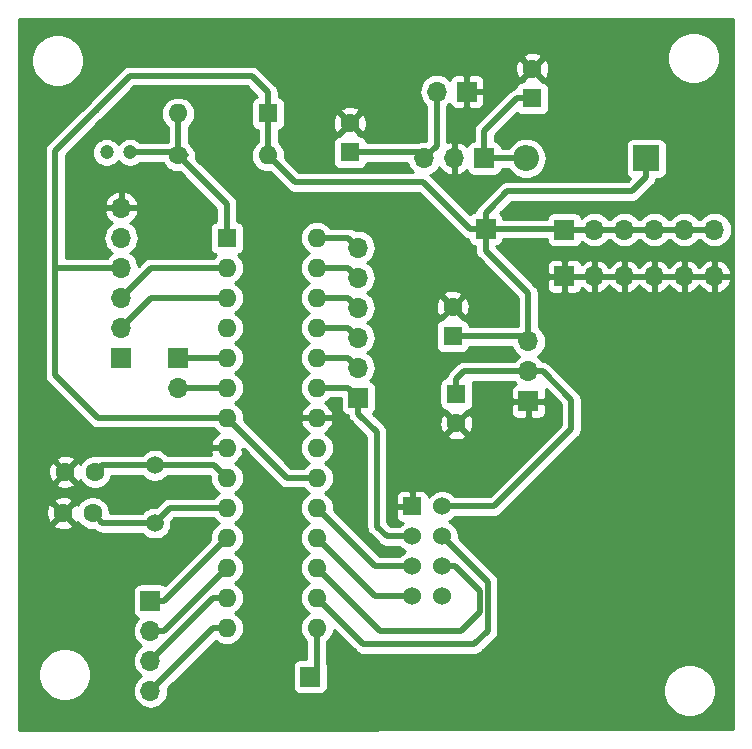
<source format=gbl>
G04 #@! TF.GenerationSoftware,KiCad,Pcbnew,(5.1.4)-1*
G04 #@! TF.CreationDate,2020-08-27T05:36:11+02:00*
G04 #@! TF.ProjectId,transmitter,7472616e-736d-4697-9474-65722e6b6963,v1.0*
G04 #@! TF.SameCoordinates,Original*
G04 #@! TF.FileFunction,Copper,L2,Bot*
G04 #@! TF.FilePolarity,Positive*
%FSLAX46Y46*%
G04 Gerber Fmt 4.6, Leading zero omitted, Abs format (unit mm)*
G04 Created by KiCad (PCBNEW (5.1.4)-1) date 2020-08-27 05:36:11*
%MOMM*%
%LPD*%
G04 APERTURE LIST*
%ADD10R,1.600000X1.600000*%
%ADD11O,1.600000X1.600000*%
%ADD12O,1.700000X1.700000*%
%ADD13R,1.700000X1.700000*%
%ADD14C,1.600000*%
%ADD15C,1.200000*%
%ADD16R,2.200000X2.200000*%
%ADD17O,2.200000X2.200000*%
%ADD18R,1.524000X1.524000*%
%ADD19C,1.524000*%
%ADD20C,1.500000*%
%ADD21C,0.500000*%
%ADD22C,0.254000*%
G04 APERTURE END LIST*
D10*
X221424500Y-38354000D03*
D11*
X229044500Y-71374000D03*
X221424500Y-40894000D03*
X229044500Y-68834000D03*
X221424500Y-43434000D03*
X229044500Y-66294000D03*
X221424500Y-45974000D03*
X229044500Y-63754000D03*
X221424500Y-48514000D03*
X229044500Y-61214000D03*
X221424500Y-51054000D03*
X229044500Y-58674000D03*
X221424500Y-53594000D03*
X229044500Y-56134000D03*
X221424500Y-56134000D03*
X229044500Y-53594000D03*
X221424500Y-58674000D03*
X229044500Y-51054000D03*
X221424500Y-61214000D03*
X229044500Y-48514000D03*
X221424500Y-63754000D03*
X229044500Y-45974000D03*
X221424500Y-66294000D03*
X229044500Y-43434000D03*
X221424500Y-68834000D03*
X229044500Y-40894000D03*
X221424500Y-71374000D03*
X229044500Y-38354000D03*
D12*
X262699500Y-37655500D03*
X260159500Y-37655500D03*
X257619500Y-37655500D03*
X255079500Y-37655500D03*
X252539500Y-37655500D03*
D13*
X249999500Y-37655500D03*
D12*
X262699500Y-41592500D03*
X260159500Y-41592500D03*
X257619500Y-41592500D03*
X255079500Y-41592500D03*
X252539500Y-41592500D03*
D13*
X249999500Y-41592500D03*
D12*
X214947500Y-76708000D03*
X214947500Y-74168000D03*
X214947500Y-71628000D03*
D13*
X214947500Y-69088000D03*
D12*
X217297000Y-51054000D03*
D13*
X217297000Y-48514000D03*
X228473000Y-75501500D03*
D14*
X210058000Y-61658500D03*
X207558000Y-61658500D03*
X207748500Y-58166000D03*
X210248500Y-58166000D03*
D15*
X213233000Y-31115000D03*
X211233000Y-31115000D03*
D10*
X240538000Y-46672500D03*
D14*
X240538000Y-44172500D03*
X240855500Y-54062000D03*
D10*
X240855500Y-51562000D03*
X231838500Y-31115000D03*
D14*
X231838500Y-28615000D03*
X247269000Y-24043000D03*
D10*
X247269000Y-26543000D03*
X224917000Y-27813000D03*
D11*
X217297000Y-27813000D03*
D16*
X256921000Y-31623000D03*
D17*
X246761000Y-31623000D03*
D13*
X212471000Y-48514000D03*
D12*
X212471000Y-45974000D03*
X212471000Y-43434000D03*
X212471000Y-40894000D03*
X212471000Y-38354000D03*
X212471000Y-35814000D03*
D13*
X241744500Y-25971500D03*
D12*
X239204500Y-25971500D03*
X232537000Y-39179500D03*
X232537000Y-41719500D03*
X232537000Y-44259500D03*
X232537000Y-46799500D03*
X232537000Y-49339500D03*
D13*
X232537000Y-51879500D03*
X243332000Y-37592000D03*
D14*
X217297000Y-31369000D03*
D11*
X224917000Y-31369000D03*
D18*
X237109000Y-61087000D03*
D19*
X239649000Y-61087000D03*
X237109000Y-63627000D03*
X239649000Y-63627000D03*
X237109000Y-66167000D03*
X239649000Y-66167000D03*
X237109000Y-68707000D03*
X239649000Y-68707000D03*
D13*
X246951500Y-52197000D03*
D12*
X246951500Y-49657000D03*
X246951500Y-47117000D03*
X238125000Y-31623000D03*
X240665000Y-31623000D03*
D13*
X243205000Y-31623000D03*
D20*
X215328500Y-57594500D03*
X215328500Y-62494500D03*
D21*
X216609000Y-61214000D02*
X221424500Y-61214000D01*
X215328500Y-62494500D02*
X216609000Y-61214000D01*
X210894000Y-62494500D02*
X210058000Y-61658500D01*
X215328500Y-62494500D02*
X210894000Y-62494500D01*
X220345000Y-57594500D02*
X221424500Y-58674000D01*
X215328500Y-57594500D02*
X220345000Y-57594500D01*
X210820000Y-57594500D02*
X210248500Y-58166000D01*
X215328500Y-57594500D02*
X210820000Y-57594500D01*
X217962000Y-31369000D02*
X217297000Y-31369000D01*
X221424500Y-35496500D02*
X217297000Y-31369000D01*
X221424500Y-38354000D02*
X221424500Y-35496500D01*
X217297000Y-31369000D02*
X217297000Y-27813000D01*
X217043000Y-31115000D02*
X217297000Y-31369000D01*
X213233000Y-31115000D02*
X217043000Y-31115000D01*
X226504500Y-58674000D02*
X229044500Y-58674000D01*
X221424500Y-53594000D02*
X226504500Y-58674000D01*
X249936000Y-37719000D02*
X249999500Y-37655500D01*
X252539500Y-37655500D02*
X255079500Y-37655500D01*
X257619500Y-37655500D02*
X260159500Y-37655500D01*
X260159500Y-37655500D02*
X262699500Y-37655500D01*
X255079500Y-37655500D02*
X257619500Y-37655500D01*
X249999500Y-37655500D02*
X252539500Y-37655500D01*
X246824500Y-46990000D02*
X246951500Y-47117000D01*
X246507000Y-46672500D02*
X246951500Y-47117000D01*
X240538000Y-46672500D02*
X246507000Y-46672500D01*
X206946500Y-40957500D02*
X206883000Y-40894000D01*
X206883000Y-40894000D02*
X206883000Y-30988000D01*
X243332000Y-36242000D02*
X243332000Y-37592000D01*
X256921000Y-31623000D02*
X256921000Y-33223000D01*
X255727000Y-34417000D02*
X245173500Y-34417000D01*
X245173500Y-34417000D02*
X243713000Y-35877500D01*
X256921000Y-33223000D02*
X255727000Y-34417000D01*
X243713000Y-35877500D02*
X243696500Y-35877500D01*
X243696500Y-35877500D02*
X243332000Y-36242000D01*
X246951500Y-43053000D02*
X246951500Y-47117000D01*
X243332000Y-37592000D02*
X243332000Y-39433500D01*
X243332000Y-39433500D02*
X246951500Y-43053000D01*
X241982000Y-37592000D02*
X238045000Y-33655000D01*
X243332000Y-37592000D02*
X241982000Y-37592000D01*
X249936000Y-37592000D02*
X249999500Y-37655500D01*
X243332000Y-37592000D02*
X249936000Y-37592000D01*
X227203000Y-33655000D02*
X224917000Y-31369000D01*
X238045000Y-33655000D02*
X227203000Y-33655000D01*
X224917000Y-31369000D02*
X224917000Y-27813000D01*
X206883000Y-49944502D02*
X206883000Y-40894000D01*
X210532498Y-53594000D02*
X206883000Y-49944502D01*
X221424500Y-53594000D02*
X210532498Y-53594000D01*
X224917000Y-27813000D02*
X224917000Y-26035000D01*
X224917000Y-26035000D02*
X223520000Y-24638000D01*
X213233000Y-24638000D02*
X210058000Y-27813000D01*
X223520000Y-24638000D02*
X213233000Y-24638000D01*
X206883000Y-30988000D02*
X210058000Y-27813000D01*
X210058000Y-27813000D02*
X210392250Y-27478750D01*
X211268919Y-40894000D02*
X206883000Y-40894000D01*
X212471000Y-40894000D02*
X211268919Y-40894000D01*
X239649000Y-61087000D02*
X244030500Y-61087000D01*
X244030500Y-61087000D02*
X250571000Y-54546500D01*
X250571000Y-52074419D02*
X250571000Y-54546500D01*
X248153581Y-49657000D02*
X250571000Y-52074419D01*
X246951500Y-49657000D02*
X248153581Y-49657000D01*
X240855500Y-50262000D02*
X240855500Y-51562000D01*
X241460500Y-49657000D02*
X240855500Y-50262000D01*
X246951500Y-49657000D02*
X241460500Y-49657000D01*
X239204500Y-30543500D02*
X238125000Y-31623000D01*
X239204500Y-25971500D02*
X239204500Y-30543500D01*
X237617000Y-31115000D02*
X238125000Y-31623000D01*
X231838500Y-31115000D02*
X237617000Y-31115000D01*
X243205000Y-31623000D02*
X246761000Y-31623000D01*
X243205000Y-30273000D02*
X243205000Y-31623000D01*
X243205000Y-29307000D02*
X243205000Y-30273000D01*
X245969000Y-26543000D02*
X243205000Y-29307000D01*
X247269000Y-26543000D02*
X245969000Y-26543000D01*
X215011000Y-43434000D02*
X212471000Y-45974000D01*
X221424500Y-43434000D02*
X215011000Y-43434000D01*
X215011000Y-40894000D02*
X212471000Y-43434000D01*
X221424500Y-40894000D02*
X215011000Y-40894000D01*
X221424500Y-48514000D02*
X217297000Y-48514000D01*
X231711500Y-38354000D02*
X232537000Y-39179500D01*
X229044500Y-38354000D02*
X231711500Y-38354000D01*
X231711500Y-40894000D02*
X232537000Y-41719500D01*
X229044500Y-40894000D02*
X231711500Y-40894000D01*
X231711500Y-43434000D02*
X232537000Y-44259500D01*
X229044500Y-43434000D02*
X231711500Y-43434000D01*
X231711500Y-45974000D02*
X232537000Y-46799500D01*
X229044500Y-45974000D02*
X231711500Y-45974000D01*
X231711500Y-48514000D02*
X232537000Y-49339500D01*
X229044500Y-48514000D02*
X231711500Y-48514000D01*
X231711500Y-51054000D02*
X232537000Y-51879500D01*
X229044500Y-51054000D02*
X231711500Y-51054000D01*
X216090500Y-69088000D02*
X214947500Y-69088000D01*
X221424500Y-63754000D02*
X216090500Y-69088000D01*
X216090500Y-71628000D02*
X214947500Y-71628000D01*
X221424500Y-66294000D02*
X216090500Y-71628000D01*
X220281500Y-68834000D02*
X214947500Y-74168000D01*
X221424500Y-68834000D02*
X220281500Y-68834000D01*
X243524010Y-67502010D02*
X239649000Y-63627000D01*
X243524010Y-71626490D02*
X243524010Y-67502010D01*
X242379500Y-72771000D02*
X243524010Y-71626490D01*
X229044500Y-68834000D02*
X232981500Y-72771000D01*
X232981500Y-72771000D02*
X242379500Y-72771000D01*
X234378500Y-71628000D02*
X241236500Y-71628000D01*
X229044500Y-66294000D02*
X234378500Y-71628000D01*
X242824000Y-68264370D02*
X242824000Y-70040500D01*
X240726630Y-66167000D02*
X242824000Y-68264370D01*
X239649000Y-66167000D02*
X240726630Y-66167000D01*
X241236500Y-71628000D02*
X242824000Y-70040500D01*
X233997500Y-68707000D02*
X237109000Y-68707000D01*
X229044500Y-63754000D02*
X233997500Y-68707000D01*
X233997500Y-66167000D02*
X237109000Y-66167000D01*
X229044500Y-61214000D02*
X233997500Y-66167000D01*
X234950000Y-63627000D02*
X237109000Y-63627000D01*
X234124500Y-62801500D02*
X234950000Y-63627000D01*
X234124500Y-54817000D02*
X234124500Y-62801500D01*
X232537000Y-51879500D02*
X232537000Y-53229500D01*
X232537000Y-53229500D02*
X234124500Y-54817000D01*
X229044500Y-74930000D02*
X228473000Y-75501500D01*
X229044500Y-71374000D02*
X229044500Y-74930000D01*
X221424500Y-51054000D02*
X217297000Y-51054000D01*
X220281500Y-71374000D02*
X214947500Y-76708000D01*
X221424500Y-71374000D02*
X220281500Y-71374000D01*
D22*
G36*
X264262001Y-79922179D02*
G01*
X203860000Y-79984321D01*
X203860000Y-75090872D01*
X205473500Y-75090872D01*
X205473500Y-75531128D01*
X205559390Y-75962925D01*
X205727869Y-76369669D01*
X205972462Y-76735729D01*
X206283771Y-77047038D01*
X206649831Y-77291631D01*
X207056575Y-77460110D01*
X207488372Y-77546000D01*
X207928628Y-77546000D01*
X208360425Y-77460110D01*
X208767169Y-77291631D01*
X209133229Y-77047038D01*
X209444538Y-76735729D01*
X209689131Y-76369669D01*
X209857610Y-75962925D01*
X209943500Y-75531128D01*
X209943500Y-75090872D01*
X209857610Y-74659075D01*
X209689131Y-74252331D01*
X209444538Y-73886271D01*
X209133229Y-73574962D01*
X208767169Y-73330369D01*
X208360425Y-73161890D01*
X207928628Y-73076000D01*
X207488372Y-73076000D01*
X207056575Y-73161890D01*
X206649831Y-73330369D01*
X206283771Y-73574962D01*
X205972462Y-73886271D01*
X205727869Y-74252331D01*
X205559390Y-74659075D01*
X205473500Y-75090872D01*
X203860000Y-75090872D01*
X203860000Y-62651202D01*
X206744903Y-62651202D01*
X206816486Y-62895171D01*
X207071996Y-63016071D01*
X207346184Y-63084800D01*
X207628512Y-63098717D01*
X207908130Y-63057287D01*
X208174292Y-62962103D01*
X208299514Y-62895171D01*
X208371097Y-62651202D01*
X207558000Y-61838105D01*
X206744903Y-62651202D01*
X203860000Y-62651202D01*
X203860000Y-61729012D01*
X206117783Y-61729012D01*
X206159213Y-62008630D01*
X206254397Y-62274792D01*
X206321329Y-62400014D01*
X206565298Y-62471597D01*
X207378395Y-61658500D01*
X206565298Y-60845403D01*
X206321329Y-60916986D01*
X206200429Y-61172496D01*
X206131700Y-61446684D01*
X206117783Y-61729012D01*
X203860000Y-61729012D01*
X203860000Y-60665798D01*
X206744903Y-60665798D01*
X207558000Y-61478895D01*
X208371097Y-60665798D01*
X208299514Y-60421829D01*
X208044004Y-60300929D01*
X207769816Y-60232200D01*
X207487488Y-60218283D01*
X207207870Y-60259713D01*
X206941708Y-60354897D01*
X206816486Y-60421829D01*
X206744903Y-60665798D01*
X203860000Y-60665798D01*
X203860000Y-59158702D01*
X206935403Y-59158702D01*
X207006986Y-59402671D01*
X207262496Y-59523571D01*
X207536684Y-59592300D01*
X207819012Y-59606217D01*
X208098630Y-59564787D01*
X208364792Y-59469603D01*
X208490014Y-59402671D01*
X208561597Y-59158702D01*
X207748500Y-58345605D01*
X206935403Y-59158702D01*
X203860000Y-59158702D01*
X203860000Y-58236512D01*
X206308283Y-58236512D01*
X206349713Y-58516130D01*
X206444897Y-58782292D01*
X206511829Y-58907514D01*
X206755798Y-58979097D01*
X207568895Y-58166000D01*
X206755798Y-57352903D01*
X206511829Y-57424486D01*
X206390929Y-57679996D01*
X206322200Y-57954184D01*
X206308283Y-58236512D01*
X203860000Y-58236512D01*
X203860000Y-57173298D01*
X206935403Y-57173298D01*
X207748500Y-57986395D01*
X208561597Y-57173298D01*
X208490014Y-56929329D01*
X208234504Y-56808429D01*
X207960316Y-56739700D01*
X207677988Y-56725783D01*
X207398370Y-56767213D01*
X207132208Y-56862397D01*
X207006986Y-56929329D01*
X206935403Y-57173298D01*
X203860000Y-57173298D01*
X203860000Y-40894000D01*
X205993718Y-40894000D01*
X205998001Y-40937487D01*
X205998000Y-49901033D01*
X205993719Y-49944502D01*
X205998000Y-49987971D01*
X205998000Y-49987978D01*
X206006956Y-50078910D01*
X206010805Y-50117992D01*
X206024980Y-50164719D01*
X206061411Y-50284814D01*
X206143589Y-50438560D01*
X206254183Y-50573319D01*
X206287956Y-50601036D01*
X209875968Y-54189049D01*
X209903681Y-54222817D01*
X209937449Y-54250530D01*
X209937451Y-54250532D01*
X210038439Y-54333411D01*
X210192184Y-54415589D01*
X210359008Y-54466195D01*
X210489021Y-54479000D01*
X210489029Y-54479000D01*
X210532498Y-54483281D01*
X210575967Y-54479000D01*
X220294422Y-54479000D01*
X220404892Y-54613608D01*
X220623399Y-54792932D01*
X220761182Y-54866579D01*
X220569369Y-54981615D01*
X220360981Y-55170586D01*
X220193463Y-55396580D01*
X220073254Y-55650913D01*
X220032596Y-55784961D01*
X220154585Y-56007000D01*
X221297500Y-56007000D01*
X221297500Y-55987000D01*
X221551500Y-55987000D01*
X221551500Y-56007000D01*
X221571500Y-56007000D01*
X221571500Y-56261000D01*
X221551500Y-56261000D01*
X221551500Y-56281000D01*
X221297500Y-56281000D01*
X221297500Y-56261000D01*
X220154585Y-56261000D01*
X220032596Y-56483039D01*
X220073254Y-56617087D01*
X220116932Y-56709500D01*
X216402185Y-56709500D01*
X216211386Y-56518701D01*
X215984543Y-56367129D01*
X215732489Y-56262725D01*
X215464911Y-56209500D01*
X215192089Y-56209500D01*
X214924511Y-56262725D01*
X214672457Y-56367129D01*
X214445614Y-56518701D01*
X214254815Y-56709500D01*
X210863466Y-56709500D01*
X210819999Y-56705219D01*
X210776533Y-56709500D01*
X210776523Y-56709500D01*
X210646510Y-56722305D01*
X210527546Y-56758393D01*
X210389835Y-56731000D01*
X210107165Y-56731000D01*
X209829926Y-56786147D01*
X209568773Y-56894320D01*
X209333741Y-57051363D01*
X209133863Y-57251241D01*
X208999808Y-57451869D01*
X208985171Y-57424486D01*
X208741202Y-57352903D01*
X207928105Y-58166000D01*
X208741202Y-58979097D01*
X208985171Y-58907514D01*
X208998824Y-58878659D01*
X209133863Y-59080759D01*
X209333741Y-59280637D01*
X209568773Y-59437680D01*
X209829926Y-59545853D01*
X210107165Y-59601000D01*
X210389835Y-59601000D01*
X210667074Y-59545853D01*
X210928227Y-59437680D01*
X211163259Y-59280637D01*
X211363137Y-59080759D01*
X211520180Y-58845727D01*
X211628353Y-58584574D01*
X211649254Y-58479500D01*
X214254815Y-58479500D01*
X214445614Y-58670299D01*
X214672457Y-58821871D01*
X214924511Y-58926275D01*
X215192089Y-58979500D01*
X215464911Y-58979500D01*
X215732489Y-58926275D01*
X215984543Y-58821871D01*
X216211386Y-58670299D01*
X216402185Y-58479500D01*
X219978422Y-58479500D01*
X219999625Y-58500704D01*
X219982557Y-58674000D01*
X220010264Y-58955309D01*
X220092318Y-59225808D01*
X220225568Y-59475101D01*
X220404892Y-59693608D01*
X220623399Y-59872932D01*
X220756358Y-59944000D01*
X220623399Y-60015068D01*
X220404892Y-60194392D01*
X220294422Y-60329000D01*
X216652465Y-60329000D01*
X216608999Y-60324719D01*
X216565533Y-60329000D01*
X216565523Y-60329000D01*
X216435510Y-60341805D01*
X216268687Y-60392411D01*
X216114941Y-60474589D01*
X216114939Y-60474590D01*
X216114940Y-60474590D01*
X216013953Y-60557468D01*
X216013951Y-60557470D01*
X215980183Y-60585183D01*
X215952470Y-60618951D01*
X215461921Y-61109500D01*
X215192089Y-61109500D01*
X214924511Y-61162725D01*
X214672457Y-61267129D01*
X214445614Y-61418701D01*
X214254815Y-61609500D01*
X211493000Y-61609500D01*
X211493000Y-61517165D01*
X211437853Y-61239926D01*
X211329680Y-60978773D01*
X211172637Y-60743741D01*
X210972759Y-60543863D01*
X210737727Y-60386820D01*
X210476574Y-60278647D01*
X210199335Y-60223500D01*
X209916665Y-60223500D01*
X209639426Y-60278647D01*
X209378273Y-60386820D01*
X209143241Y-60543863D01*
X208943363Y-60743741D01*
X208809308Y-60944369D01*
X208794671Y-60916986D01*
X208550702Y-60845403D01*
X207737605Y-61658500D01*
X208550702Y-62471597D01*
X208794671Y-62400014D01*
X208808324Y-62371159D01*
X208943363Y-62573259D01*
X209143241Y-62773137D01*
X209378273Y-62930180D01*
X209639426Y-63038353D01*
X209916665Y-63093500D01*
X210199335Y-63093500D01*
X210234438Y-63086517D01*
X210237470Y-63089549D01*
X210265183Y-63123317D01*
X210298951Y-63151030D01*
X210298953Y-63151032D01*
X210399941Y-63233911D01*
X210553686Y-63316089D01*
X210720510Y-63366695D01*
X210850523Y-63379500D01*
X210850531Y-63379500D01*
X210894000Y-63383781D01*
X210937469Y-63379500D01*
X214254815Y-63379500D01*
X214445614Y-63570299D01*
X214672457Y-63721871D01*
X214924511Y-63826275D01*
X215192089Y-63879500D01*
X215464911Y-63879500D01*
X215732489Y-63826275D01*
X215984543Y-63721871D01*
X216211386Y-63570299D01*
X216404299Y-63377386D01*
X216555871Y-63150543D01*
X216660275Y-62898489D01*
X216713500Y-62630911D01*
X216713500Y-62361079D01*
X216975579Y-62099000D01*
X220294422Y-62099000D01*
X220404892Y-62233608D01*
X220623399Y-62412932D01*
X220756358Y-62484000D01*
X220623399Y-62555068D01*
X220404892Y-62734392D01*
X220225568Y-62952899D01*
X220092318Y-63202192D01*
X220010264Y-63472691D01*
X219982557Y-63754000D01*
X219999625Y-63927296D01*
X216189049Y-67737873D01*
X216151994Y-67707463D01*
X216041680Y-67648498D01*
X215921982Y-67612188D01*
X215797500Y-67599928D01*
X214097500Y-67599928D01*
X213973018Y-67612188D01*
X213853320Y-67648498D01*
X213743006Y-67707463D01*
X213646315Y-67786815D01*
X213566963Y-67883506D01*
X213507998Y-67993820D01*
X213471688Y-68113518D01*
X213459428Y-68238000D01*
X213459428Y-69938000D01*
X213471688Y-70062482D01*
X213507998Y-70182180D01*
X213566963Y-70292494D01*
X213646315Y-70389185D01*
X213743006Y-70468537D01*
X213853320Y-70527502D01*
X213922187Y-70548393D01*
X213892366Y-70572866D01*
X213706794Y-70798986D01*
X213568901Y-71056966D01*
X213483987Y-71336889D01*
X213455315Y-71628000D01*
X213483987Y-71919111D01*
X213568901Y-72199034D01*
X213706794Y-72457014D01*
X213892366Y-72683134D01*
X214118486Y-72868706D01*
X214173291Y-72898000D01*
X214118486Y-72927294D01*
X213892366Y-73112866D01*
X213706794Y-73338986D01*
X213568901Y-73596966D01*
X213483987Y-73876889D01*
X213455315Y-74168000D01*
X213483987Y-74459111D01*
X213568901Y-74739034D01*
X213706794Y-74997014D01*
X213892366Y-75223134D01*
X214118486Y-75408706D01*
X214173291Y-75438000D01*
X214118486Y-75467294D01*
X213892366Y-75652866D01*
X213706794Y-75878986D01*
X213568901Y-76136966D01*
X213483987Y-76416889D01*
X213455315Y-76708000D01*
X213483987Y-76999111D01*
X213568901Y-77279034D01*
X213706794Y-77537014D01*
X213892366Y-77763134D01*
X214118486Y-77948706D01*
X214376466Y-78086599D01*
X214656389Y-78171513D01*
X214874550Y-78193000D01*
X215020450Y-78193000D01*
X215238611Y-78171513D01*
X215518534Y-78086599D01*
X215776514Y-77948706D01*
X216002634Y-77763134D01*
X216188206Y-77537014D01*
X216326099Y-77279034D01*
X216411013Y-76999111D01*
X216439685Y-76708000D01*
X216418112Y-76488966D01*
X220464529Y-72442550D01*
X220623399Y-72572932D01*
X220872692Y-72706182D01*
X221143191Y-72788236D01*
X221354008Y-72809000D01*
X221494992Y-72809000D01*
X221705809Y-72788236D01*
X221976308Y-72706182D01*
X222225601Y-72572932D01*
X222444108Y-72393608D01*
X222623432Y-72175101D01*
X222756682Y-71925808D01*
X222838736Y-71655309D01*
X222866443Y-71374000D01*
X222838736Y-71092691D01*
X222756682Y-70822192D01*
X222623432Y-70572899D01*
X222444108Y-70354392D01*
X222225601Y-70175068D01*
X222092642Y-70104000D01*
X222225601Y-70032932D01*
X222444108Y-69853608D01*
X222623432Y-69635101D01*
X222756682Y-69385808D01*
X222838736Y-69115309D01*
X222866443Y-68834000D01*
X222838736Y-68552691D01*
X222756682Y-68282192D01*
X222623432Y-68032899D01*
X222444108Y-67814392D01*
X222225601Y-67635068D01*
X222092642Y-67564000D01*
X222225601Y-67492932D01*
X222444108Y-67313608D01*
X222623432Y-67095101D01*
X222756682Y-66845808D01*
X222838736Y-66575309D01*
X222866443Y-66294000D01*
X222838736Y-66012691D01*
X222756682Y-65742192D01*
X222623432Y-65492899D01*
X222444108Y-65274392D01*
X222225601Y-65095068D01*
X222092642Y-65024000D01*
X222225601Y-64952932D01*
X222444108Y-64773608D01*
X222623432Y-64555101D01*
X222756682Y-64305808D01*
X222838736Y-64035309D01*
X222866443Y-63754000D01*
X222838736Y-63472691D01*
X222756682Y-63202192D01*
X222623432Y-62952899D01*
X222444108Y-62734392D01*
X222225601Y-62555068D01*
X222092642Y-62484000D01*
X222225601Y-62412932D01*
X222444108Y-62233608D01*
X222623432Y-62015101D01*
X222756682Y-61765808D01*
X222838736Y-61495309D01*
X222866443Y-61214000D01*
X222838736Y-60932691D01*
X222756682Y-60662192D01*
X222623432Y-60412899D01*
X222444108Y-60194392D01*
X222225601Y-60015068D01*
X222092642Y-59944000D01*
X222225601Y-59872932D01*
X222444108Y-59693608D01*
X222623432Y-59475101D01*
X222756682Y-59225808D01*
X222838736Y-58955309D01*
X222866443Y-58674000D01*
X222838736Y-58392691D01*
X222756682Y-58122192D01*
X222623432Y-57872899D01*
X222444108Y-57654392D01*
X222225601Y-57475068D01*
X222087818Y-57401421D01*
X222279631Y-57286385D01*
X222488019Y-57097414D01*
X222655537Y-56871420D01*
X222775746Y-56617087D01*
X222816404Y-56483039D01*
X222694416Y-56261002D01*
X222839924Y-56261002D01*
X225847970Y-59269049D01*
X225875683Y-59302817D01*
X225909451Y-59330530D01*
X225909453Y-59330532D01*
X225997354Y-59402671D01*
X226010441Y-59413411D01*
X226164187Y-59495589D01*
X226331010Y-59546195D01*
X226461023Y-59559000D01*
X226461031Y-59559000D01*
X226504500Y-59563281D01*
X226547969Y-59559000D01*
X227914422Y-59559000D01*
X228024892Y-59693608D01*
X228243399Y-59872932D01*
X228376358Y-59944000D01*
X228243399Y-60015068D01*
X228024892Y-60194392D01*
X227845568Y-60412899D01*
X227712318Y-60662192D01*
X227630264Y-60932691D01*
X227602557Y-61214000D01*
X227630264Y-61495309D01*
X227712318Y-61765808D01*
X227845568Y-62015101D01*
X228024892Y-62233608D01*
X228243399Y-62412932D01*
X228376358Y-62484000D01*
X228243399Y-62555068D01*
X228024892Y-62734392D01*
X227845568Y-62952899D01*
X227712318Y-63202192D01*
X227630264Y-63472691D01*
X227602557Y-63754000D01*
X227630264Y-64035309D01*
X227712318Y-64305808D01*
X227845568Y-64555101D01*
X228024892Y-64773608D01*
X228243399Y-64952932D01*
X228376358Y-65024000D01*
X228243399Y-65095068D01*
X228024892Y-65274392D01*
X227845568Y-65492899D01*
X227712318Y-65742192D01*
X227630264Y-66012691D01*
X227602557Y-66294000D01*
X227630264Y-66575309D01*
X227712318Y-66845808D01*
X227845568Y-67095101D01*
X228024892Y-67313608D01*
X228243399Y-67492932D01*
X228376358Y-67564000D01*
X228243399Y-67635068D01*
X228024892Y-67814392D01*
X227845568Y-68032899D01*
X227712318Y-68282192D01*
X227630264Y-68552691D01*
X227602557Y-68834000D01*
X227630264Y-69115309D01*
X227712318Y-69385808D01*
X227845568Y-69635101D01*
X228024892Y-69853608D01*
X228243399Y-70032932D01*
X228376358Y-70104000D01*
X228243399Y-70175068D01*
X228024892Y-70354392D01*
X227845568Y-70572899D01*
X227712318Y-70822192D01*
X227630264Y-71092691D01*
X227602557Y-71374000D01*
X227630264Y-71655309D01*
X227712318Y-71925808D01*
X227845568Y-72175101D01*
X228024892Y-72393608D01*
X228159500Y-72504078D01*
X228159501Y-74013428D01*
X227623000Y-74013428D01*
X227498518Y-74025688D01*
X227378820Y-74061998D01*
X227268506Y-74120963D01*
X227171815Y-74200315D01*
X227092463Y-74297006D01*
X227033498Y-74407320D01*
X226997188Y-74527018D01*
X226984928Y-74651500D01*
X226984928Y-76351500D01*
X226997188Y-76475982D01*
X227033498Y-76595680D01*
X227092463Y-76705994D01*
X227171815Y-76802685D01*
X227268506Y-76882037D01*
X227378820Y-76941002D01*
X227498518Y-76977312D01*
X227623000Y-76989572D01*
X229323000Y-76989572D01*
X229447482Y-76977312D01*
X229567180Y-76941002D01*
X229677494Y-76882037D01*
X229774185Y-76802685D01*
X229853537Y-76705994D01*
X229912502Y-76595680D01*
X229948812Y-76475982D01*
X229953894Y-76424372D01*
X258369000Y-76424372D01*
X258369000Y-76864628D01*
X258454890Y-77296425D01*
X258623369Y-77703169D01*
X258867962Y-78069229D01*
X259179271Y-78380538D01*
X259545331Y-78625131D01*
X259952075Y-78793610D01*
X260383872Y-78879500D01*
X260824128Y-78879500D01*
X261255925Y-78793610D01*
X261662669Y-78625131D01*
X262028729Y-78380538D01*
X262340038Y-78069229D01*
X262584631Y-77703169D01*
X262753110Y-77296425D01*
X262839000Y-76864628D01*
X262839000Y-76424372D01*
X262753110Y-75992575D01*
X262584631Y-75585831D01*
X262340038Y-75219771D01*
X262028729Y-74908462D01*
X261662669Y-74663869D01*
X261255925Y-74495390D01*
X260824128Y-74409500D01*
X260383872Y-74409500D01*
X259952075Y-74495390D01*
X259545331Y-74663869D01*
X259179271Y-74908462D01*
X258867962Y-75219771D01*
X258623369Y-75585831D01*
X258454890Y-75992575D01*
X258369000Y-76424372D01*
X229953894Y-76424372D01*
X229961072Y-76351500D01*
X229961072Y-74651500D01*
X229948812Y-74527018D01*
X229929500Y-74463355D01*
X229929500Y-72504078D01*
X230064108Y-72393608D01*
X230243432Y-72175101D01*
X230376682Y-71925808D01*
X230458736Y-71655309D01*
X230472678Y-71513756D01*
X232324970Y-73366049D01*
X232352683Y-73399817D01*
X232386451Y-73427530D01*
X232386453Y-73427532D01*
X232487440Y-73510410D01*
X232487441Y-73510411D01*
X232641187Y-73592589D01*
X232808010Y-73643195D01*
X232938023Y-73656000D01*
X232938031Y-73656000D01*
X232981500Y-73660281D01*
X233024969Y-73656000D01*
X242336031Y-73656000D01*
X242379500Y-73660281D01*
X242422969Y-73656000D01*
X242422977Y-73656000D01*
X242552990Y-73643195D01*
X242719813Y-73592589D01*
X242873559Y-73510411D01*
X243008317Y-73399817D01*
X243036034Y-73366044D01*
X244119060Y-72283019D01*
X244152827Y-72255307D01*
X244199010Y-72199034D01*
X244263421Y-72120549D01*
X244345599Y-71966804D01*
X244396205Y-71799980D01*
X244404642Y-71714313D01*
X244409010Y-71669967D01*
X244409010Y-71669959D01*
X244413291Y-71626490D01*
X244409010Y-71583021D01*
X244409010Y-67545479D01*
X244413291Y-67502010D01*
X244409010Y-67458541D01*
X244409010Y-67458533D01*
X244396205Y-67328520D01*
X244345599Y-67161697D01*
X244263421Y-67007951D01*
X244152827Y-66873193D01*
X244119059Y-66845480D01*
X241044701Y-63771123D01*
X241046000Y-63764592D01*
X241046000Y-63489408D01*
X240992314Y-63219510D01*
X240887005Y-62965273D01*
X240734120Y-62736465D01*
X240539535Y-62541880D01*
X240310727Y-62388995D01*
X240233485Y-62357000D01*
X240310727Y-62325005D01*
X240539535Y-62172120D01*
X240734120Y-61977535D01*
X240737818Y-61972000D01*
X243987031Y-61972000D01*
X244030500Y-61976281D01*
X244073969Y-61972000D01*
X244073977Y-61972000D01*
X244203990Y-61959195D01*
X244370813Y-61908589D01*
X244524559Y-61826411D01*
X244659317Y-61715817D01*
X244687034Y-61682044D01*
X251166049Y-55203030D01*
X251199817Y-55175317D01*
X251249818Y-55114392D01*
X251310411Y-55040559D01*
X251371546Y-54926182D01*
X251392589Y-54886813D01*
X251443195Y-54719990D01*
X251456000Y-54589977D01*
X251456000Y-54589969D01*
X251460281Y-54546500D01*
X251456000Y-54503031D01*
X251456000Y-52117888D01*
X251460281Y-52074419D01*
X251456000Y-52030950D01*
X251456000Y-52030942D01*
X251443195Y-51900929D01*
X251392589Y-51734106D01*
X251310411Y-51580360D01*
X251199817Y-51445602D01*
X251166050Y-51417890D01*
X248810115Y-49061956D01*
X248782398Y-49028183D01*
X248647640Y-48917589D01*
X248493894Y-48835411D01*
X248327071Y-48784805D01*
X248197058Y-48772000D01*
X248197050Y-48772000D01*
X248153581Y-48767719D01*
X248143556Y-48768706D01*
X248006634Y-48601866D01*
X247780514Y-48416294D01*
X247725709Y-48387000D01*
X247780514Y-48357706D01*
X248006634Y-48172134D01*
X248192206Y-47946014D01*
X248330099Y-47688034D01*
X248415013Y-47408111D01*
X248443685Y-47117000D01*
X248415013Y-46825889D01*
X248330099Y-46545966D01*
X248192206Y-46287986D01*
X248006634Y-46061866D01*
X247836500Y-45922241D01*
X247836500Y-43096469D01*
X247840781Y-43053000D01*
X247836500Y-43009531D01*
X247836500Y-43009523D01*
X247823695Y-42879510D01*
X247818677Y-42862966D01*
X247801148Y-42805183D01*
X247773089Y-42712687D01*
X247690911Y-42558941D01*
X247595350Y-42442500D01*
X248511428Y-42442500D01*
X248523688Y-42566982D01*
X248559998Y-42686680D01*
X248618963Y-42796994D01*
X248698315Y-42893685D01*
X248795006Y-42973037D01*
X248905320Y-43032002D01*
X249025018Y-43068312D01*
X249149500Y-43080572D01*
X249713750Y-43077500D01*
X249872500Y-42918750D01*
X249872500Y-41719500D01*
X250126500Y-41719500D01*
X250126500Y-42918750D01*
X250285250Y-43077500D01*
X250849500Y-43080572D01*
X250973982Y-43068312D01*
X251093680Y-43032002D01*
X251203994Y-42973037D01*
X251300685Y-42893685D01*
X251380037Y-42796994D01*
X251439002Y-42686680D01*
X251463466Y-42606034D01*
X251539231Y-42690088D01*
X251772580Y-42864141D01*
X252035401Y-42989325D01*
X252182610Y-43033976D01*
X252412500Y-42912655D01*
X252412500Y-41719500D01*
X252666500Y-41719500D01*
X252666500Y-42912655D01*
X252896390Y-43033976D01*
X253043599Y-42989325D01*
X253306420Y-42864141D01*
X253539769Y-42690088D01*
X253734678Y-42473855D01*
X253809500Y-42348245D01*
X253884322Y-42473855D01*
X254079231Y-42690088D01*
X254312580Y-42864141D01*
X254575401Y-42989325D01*
X254722610Y-43033976D01*
X254952500Y-42912655D01*
X254952500Y-41719500D01*
X255206500Y-41719500D01*
X255206500Y-42912655D01*
X255436390Y-43033976D01*
X255583599Y-42989325D01*
X255846420Y-42864141D01*
X256079769Y-42690088D01*
X256274678Y-42473855D01*
X256349500Y-42348245D01*
X256424322Y-42473855D01*
X256619231Y-42690088D01*
X256852580Y-42864141D01*
X257115401Y-42989325D01*
X257262610Y-43033976D01*
X257492500Y-42912655D01*
X257492500Y-41719500D01*
X257746500Y-41719500D01*
X257746500Y-42912655D01*
X257976390Y-43033976D01*
X258123599Y-42989325D01*
X258386420Y-42864141D01*
X258619769Y-42690088D01*
X258814678Y-42473855D01*
X258889500Y-42348245D01*
X258964322Y-42473855D01*
X259159231Y-42690088D01*
X259392580Y-42864141D01*
X259655401Y-42989325D01*
X259802610Y-43033976D01*
X260032500Y-42912655D01*
X260032500Y-41719500D01*
X260286500Y-41719500D01*
X260286500Y-42912655D01*
X260516390Y-43033976D01*
X260663599Y-42989325D01*
X260926420Y-42864141D01*
X261159769Y-42690088D01*
X261354678Y-42473855D01*
X261429500Y-42348245D01*
X261504322Y-42473855D01*
X261699231Y-42690088D01*
X261932580Y-42864141D01*
X262195401Y-42989325D01*
X262342610Y-43033976D01*
X262572500Y-42912655D01*
X262572500Y-41719500D01*
X262826500Y-41719500D01*
X262826500Y-42912655D01*
X263056390Y-43033976D01*
X263203599Y-42989325D01*
X263466420Y-42864141D01*
X263699769Y-42690088D01*
X263894678Y-42473855D01*
X264043657Y-42223752D01*
X264140981Y-41949391D01*
X264020314Y-41719500D01*
X262826500Y-41719500D01*
X262572500Y-41719500D01*
X260286500Y-41719500D01*
X260032500Y-41719500D01*
X257746500Y-41719500D01*
X257492500Y-41719500D01*
X255206500Y-41719500D01*
X254952500Y-41719500D01*
X252666500Y-41719500D01*
X252412500Y-41719500D01*
X250126500Y-41719500D01*
X249872500Y-41719500D01*
X248673250Y-41719500D01*
X248514500Y-41878250D01*
X248511428Y-42442500D01*
X247595350Y-42442500D01*
X247580317Y-42424183D01*
X247546550Y-42396471D01*
X245892579Y-40742500D01*
X248511428Y-40742500D01*
X248514500Y-41306750D01*
X248673250Y-41465500D01*
X249872500Y-41465500D01*
X249872500Y-40266250D01*
X250126500Y-40266250D01*
X250126500Y-41465500D01*
X252412500Y-41465500D01*
X252412500Y-40272345D01*
X252666500Y-40272345D01*
X252666500Y-41465500D01*
X254952500Y-41465500D01*
X254952500Y-40272345D01*
X255206500Y-40272345D01*
X255206500Y-41465500D01*
X257492500Y-41465500D01*
X257492500Y-40272345D01*
X257746500Y-40272345D01*
X257746500Y-41465500D01*
X260032500Y-41465500D01*
X260032500Y-40272345D01*
X260286500Y-40272345D01*
X260286500Y-41465500D01*
X262572500Y-41465500D01*
X262572500Y-40272345D01*
X262826500Y-40272345D01*
X262826500Y-41465500D01*
X264020314Y-41465500D01*
X264140981Y-41235609D01*
X264043657Y-40961248D01*
X263894678Y-40711145D01*
X263699769Y-40494912D01*
X263466420Y-40320859D01*
X263203599Y-40195675D01*
X263056390Y-40151024D01*
X262826500Y-40272345D01*
X262572500Y-40272345D01*
X262342610Y-40151024D01*
X262195401Y-40195675D01*
X261932580Y-40320859D01*
X261699231Y-40494912D01*
X261504322Y-40711145D01*
X261429500Y-40836755D01*
X261354678Y-40711145D01*
X261159769Y-40494912D01*
X260926420Y-40320859D01*
X260663599Y-40195675D01*
X260516390Y-40151024D01*
X260286500Y-40272345D01*
X260032500Y-40272345D01*
X259802610Y-40151024D01*
X259655401Y-40195675D01*
X259392580Y-40320859D01*
X259159231Y-40494912D01*
X258964322Y-40711145D01*
X258889500Y-40836755D01*
X258814678Y-40711145D01*
X258619769Y-40494912D01*
X258386420Y-40320859D01*
X258123599Y-40195675D01*
X257976390Y-40151024D01*
X257746500Y-40272345D01*
X257492500Y-40272345D01*
X257262610Y-40151024D01*
X257115401Y-40195675D01*
X256852580Y-40320859D01*
X256619231Y-40494912D01*
X256424322Y-40711145D01*
X256349500Y-40836755D01*
X256274678Y-40711145D01*
X256079769Y-40494912D01*
X255846420Y-40320859D01*
X255583599Y-40195675D01*
X255436390Y-40151024D01*
X255206500Y-40272345D01*
X254952500Y-40272345D01*
X254722610Y-40151024D01*
X254575401Y-40195675D01*
X254312580Y-40320859D01*
X254079231Y-40494912D01*
X253884322Y-40711145D01*
X253809500Y-40836755D01*
X253734678Y-40711145D01*
X253539769Y-40494912D01*
X253306420Y-40320859D01*
X253043599Y-40195675D01*
X252896390Y-40151024D01*
X252666500Y-40272345D01*
X252412500Y-40272345D01*
X252182610Y-40151024D01*
X252035401Y-40195675D01*
X251772580Y-40320859D01*
X251539231Y-40494912D01*
X251463466Y-40578966D01*
X251439002Y-40498320D01*
X251380037Y-40388006D01*
X251300685Y-40291315D01*
X251203994Y-40211963D01*
X251093680Y-40152998D01*
X250973982Y-40116688D01*
X250849500Y-40104428D01*
X250285250Y-40107500D01*
X250126500Y-40266250D01*
X249872500Y-40266250D01*
X249713750Y-40107500D01*
X249149500Y-40104428D01*
X249025018Y-40116688D01*
X248905320Y-40152998D01*
X248795006Y-40211963D01*
X248698315Y-40291315D01*
X248618963Y-40388006D01*
X248559998Y-40498320D01*
X248523688Y-40618018D01*
X248511428Y-40742500D01*
X245892579Y-40742500D01*
X244225833Y-39075755D01*
X244306482Y-39067812D01*
X244426180Y-39031502D01*
X244536494Y-38972537D01*
X244633185Y-38893185D01*
X244712537Y-38796494D01*
X244771502Y-38686180D01*
X244807812Y-38566482D01*
X244816625Y-38477000D01*
X248511428Y-38477000D01*
X248511428Y-38505500D01*
X248523688Y-38629982D01*
X248559998Y-38749680D01*
X248618963Y-38859994D01*
X248698315Y-38956685D01*
X248795006Y-39036037D01*
X248905320Y-39095002D01*
X249025018Y-39131312D01*
X249149500Y-39143572D01*
X250849500Y-39143572D01*
X250973982Y-39131312D01*
X251093680Y-39095002D01*
X251203994Y-39036037D01*
X251300685Y-38956685D01*
X251380037Y-38859994D01*
X251439002Y-38749680D01*
X251459893Y-38680813D01*
X251484366Y-38710634D01*
X251710486Y-38896206D01*
X251968466Y-39034099D01*
X252248389Y-39119013D01*
X252466550Y-39140500D01*
X252612450Y-39140500D01*
X252830611Y-39119013D01*
X253110534Y-39034099D01*
X253368514Y-38896206D01*
X253594634Y-38710634D01*
X253734259Y-38540500D01*
X253884741Y-38540500D01*
X254024366Y-38710634D01*
X254250486Y-38896206D01*
X254508466Y-39034099D01*
X254788389Y-39119013D01*
X255006550Y-39140500D01*
X255152450Y-39140500D01*
X255370611Y-39119013D01*
X255650534Y-39034099D01*
X255908514Y-38896206D01*
X256134634Y-38710634D01*
X256274259Y-38540500D01*
X256424741Y-38540500D01*
X256564366Y-38710634D01*
X256790486Y-38896206D01*
X257048466Y-39034099D01*
X257328389Y-39119013D01*
X257546550Y-39140500D01*
X257692450Y-39140500D01*
X257910611Y-39119013D01*
X258190534Y-39034099D01*
X258448514Y-38896206D01*
X258674634Y-38710634D01*
X258814259Y-38540500D01*
X258964741Y-38540500D01*
X259104366Y-38710634D01*
X259330486Y-38896206D01*
X259588466Y-39034099D01*
X259868389Y-39119013D01*
X260086550Y-39140500D01*
X260232450Y-39140500D01*
X260450611Y-39119013D01*
X260730534Y-39034099D01*
X260988514Y-38896206D01*
X261214634Y-38710634D01*
X261354259Y-38540500D01*
X261504741Y-38540500D01*
X261644366Y-38710634D01*
X261870486Y-38896206D01*
X262128466Y-39034099D01*
X262408389Y-39119013D01*
X262626550Y-39140500D01*
X262772450Y-39140500D01*
X262990611Y-39119013D01*
X263270534Y-39034099D01*
X263528514Y-38896206D01*
X263754634Y-38710634D01*
X263940206Y-38484514D01*
X264078099Y-38226534D01*
X264163013Y-37946611D01*
X264191685Y-37655500D01*
X264163013Y-37364389D01*
X264078099Y-37084466D01*
X263940206Y-36826486D01*
X263754634Y-36600366D01*
X263528514Y-36414794D01*
X263270534Y-36276901D01*
X262990611Y-36191987D01*
X262772450Y-36170500D01*
X262626550Y-36170500D01*
X262408389Y-36191987D01*
X262128466Y-36276901D01*
X261870486Y-36414794D01*
X261644366Y-36600366D01*
X261504741Y-36770500D01*
X261354259Y-36770500D01*
X261214634Y-36600366D01*
X260988514Y-36414794D01*
X260730534Y-36276901D01*
X260450611Y-36191987D01*
X260232450Y-36170500D01*
X260086550Y-36170500D01*
X259868389Y-36191987D01*
X259588466Y-36276901D01*
X259330486Y-36414794D01*
X259104366Y-36600366D01*
X258964741Y-36770500D01*
X258814259Y-36770500D01*
X258674634Y-36600366D01*
X258448514Y-36414794D01*
X258190534Y-36276901D01*
X257910611Y-36191987D01*
X257692450Y-36170500D01*
X257546550Y-36170500D01*
X257328389Y-36191987D01*
X257048466Y-36276901D01*
X256790486Y-36414794D01*
X256564366Y-36600366D01*
X256424741Y-36770500D01*
X256274259Y-36770500D01*
X256134634Y-36600366D01*
X255908514Y-36414794D01*
X255650534Y-36276901D01*
X255370611Y-36191987D01*
X255152450Y-36170500D01*
X255006550Y-36170500D01*
X254788389Y-36191987D01*
X254508466Y-36276901D01*
X254250486Y-36414794D01*
X254024366Y-36600366D01*
X253884741Y-36770500D01*
X253734259Y-36770500D01*
X253594634Y-36600366D01*
X253368514Y-36414794D01*
X253110534Y-36276901D01*
X252830611Y-36191987D01*
X252612450Y-36170500D01*
X252466550Y-36170500D01*
X252248389Y-36191987D01*
X251968466Y-36276901D01*
X251710486Y-36414794D01*
X251484366Y-36600366D01*
X251459893Y-36630187D01*
X251439002Y-36561320D01*
X251380037Y-36451006D01*
X251300685Y-36354315D01*
X251203994Y-36274963D01*
X251093680Y-36215998D01*
X250973982Y-36179688D01*
X250849500Y-36167428D01*
X249149500Y-36167428D01*
X249025018Y-36179688D01*
X248905320Y-36215998D01*
X248795006Y-36274963D01*
X248698315Y-36354315D01*
X248618963Y-36451006D01*
X248559998Y-36561320D01*
X248523688Y-36681018D01*
X248521129Y-36707000D01*
X244816625Y-36707000D01*
X244807812Y-36617518D01*
X244771502Y-36497820D01*
X244712537Y-36387506D01*
X244633185Y-36290815D01*
X244588190Y-36253888D01*
X245540079Y-35302000D01*
X255683531Y-35302000D01*
X255727000Y-35306281D01*
X255770469Y-35302000D01*
X255770477Y-35302000D01*
X255900490Y-35289195D01*
X256067313Y-35238589D01*
X256221059Y-35156411D01*
X256355817Y-35045817D01*
X256383534Y-35012044D01*
X257516049Y-33879530D01*
X257549817Y-33851817D01*
X257660411Y-33717059D01*
X257742589Y-33563313D01*
X257793195Y-33396490D01*
X257796683Y-33361072D01*
X258021000Y-33361072D01*
X258145482Y-33348812D01*
X258265180Y-33312502D01*
X258375494Y-33253537D01*
X258472185Y-33174185D01*
X258551537Y-33077494D01*
X258610502Y-32967180D01*
X258646812Y-32847482D01*
X258659072Y-32723000D01*
X258659072Y-30523000D01*
X258646812Y-30398518D01*
X258610502Y-30278820D01*
X258551537Y-30168506D01*
X258472185Y-30071815D01*
X258375494Y-29992463D01*
X258265180Y-29933498D01*
X258145482Y-29897188D01*
X258021000Y-29884928D01*
X255821000Y-29884928D01*
X255696518Y-29897188D01*
X255576820Y-29933498D01*
X255466506Y-29992463D01*
X255369815Y-30071815D01*
X255290463Y-30168506D01*
X255231498Y-30278820D01*
X255195188Y-30398518D01*
X255182928Y-30523000D01*
X255182928Y-32723000D01*
X255195188Y-32847482D01*
X255231498Y-32967180D01*
X255290463Y-33077494D01*
X255369815Y-33174185D01*
X255466506Y-33253537D01*
X255576820Y-33312502D01*
X255579198Y-33313223D01*
X255360422Y-33532000D01*
X245216969Y-33532000D01*
X245173500Y-33527719D01*
X245130031Y-33532000D01*
X245130023Y-33532000D01*
X245000010Y-33544805D01*
X244833187Y-33595411D01*
X244721703Y-33655000D01*
X244679441Y-33677589D01*
X244578453Y-33760468D01*
X244578451Y-33760470D01*
X244544683Y-33788183D01*
X244516970Y-33821951D01*
X243193473Y-35145449D01*
X243067683Y-35248683D01*
X243039968Y-35282454D01*
X242736956Y-35585466D01*
X242703183Y-35613183D01*
X242592589Y-35747942D01*
X242510411Y-35901688D01*
X242459805Y-36068511D01*
X242456065Y-36106482D01*
X242357518Y-36116188D01*
X242237820Y-36152498D01*
X242127506Y-36211463D01*
X242030815Y-36290815D01*
X241986451Y-36344872D01*
X238701534Y-33059956D01*
X238673817Y-33026183D01*
X238657942Y-33013154D01*
X238696034Y-33001599D01*
X238954014Y-32863706D01*
X239180134Y-32678134D01*
X239365706Y-32452014D01*
X239400201Y-32387477D01*
X239469822Y-32504355D01*
X239664731Y-32720588D01*
X239898080Y-32894641D01*
X240160901Y-33019825D01*
X240308110Y-33064476D01*
X240538000Y-32943155D01*
X240538000Y-31750000D01*
X240518000Y-31750000D01*
X240518000Y-31496000D01*
X240538000Y-31496000D01*
X240538000Y-30302845D01*
X240792000Y-30302845D01*
X240792000Y-31496000D01*
X240812000Y-31496000D01*
X240812000Y-31750000D01*
X240792000Y-31750000D01*
X240792000Y-32943155D01*
X241021890Y-33064476D01*
X241169099Y-33019825D01*
X241431920Y-32894641D01*
X241665269Y-32720588D01*
X241741034Y-32636534D01*
X241765498Y-32717180D01*
X241824463Y-32827494D01*
X241903815Y-32924185D01*
X242000506Y-33003537D01*
X242110820Y-33062502D01*
X242230518Y-33098812D01*
X242355000Y-33111072D01*
X244055000Y-33111072D01*
X244179482Y-33098812D01*
X244299180Y-33062502D01*
X244409494Y-33003537D01*
X244506185Y-32924185D01*
X244585537Y-32827494D01*
X244644502Y-32717180D01*
X244680812Y-32597482D01*
X244689625Y-32508000D01*
X245266748Y-32508000D01*
X245311421Y-32591578D01*
X245528234Y-32855766D01*
X245792422Y-33072579D01*
X246093832Y-33233686D01*
X246420881Y-33332895D01*
X246675775Y-33358000D01*
X246846225Y-33358000D01*
X247101119Y-33332895D01*
X247428168Y-33233686D01*
X247729578Y-33072579D01*
X247993766Y-32855766D01*
X248210579Y-32591578D01*
X248371686Y-32290168D01*
X248470895Y-31963119D01*
X248504394Y-31623000D01*
X248470895Y-31282881D01*
X248371686Y-30955832D01*
X248210579Y-30654422D01*
X247993766Y-30390234D01*
X247729578Y-30173421D01*
X247428168Y-30012314D01*
X247101119Y-29913105D01*
X246846225Y-29888000D01*
X246675775Y-29888000D01*
X246420881Y-29913105D01*
X246093832Y-30012314D01*
X245792422Y-30173421D01*
X245528234Y-30390234D01*
X245311421Y-30654422D01*
X245266748Y-30738000D01*
X244689625Y-30738000D01*
X244680812Y-30648518D01*
X244644502Y-30528820D01*
X244585537Y-30418506D01*
X244506185Y-30321815D01*
X244409494Y-30242463D01*
X244299180Y-30183498D01*
X244179482Y-30147188D01*
X244090000Y-30138375D01*
X244090000Y-29673578D01*
X245995989Y-27767590D01*
X246017815Y-27794185D01*
X246114506Y-27873537D01*
X246224820Y-27932502D01*
X246344518Y-27968812D01*
X246469000Y-27981072D01*
X248069000Y-27981072D01*
X248193482Y-27968812D01*
X248313180Y-27932502D01*
X248423494Y-27873537D01*
X248520185Y-27794185D01*
X248599537Y-27697494D01*
X248658502Y-27587180D01*
X248694812Y-27467482D01*
X248707072Y-27343000D01*
X248707072Y-25743000D01*
X248694812Y-25618518D01*
X248658502Y-25498820D01*
X248599537Y-25388506D01*
X248520185Y-25291815D01*
X248423494Y-25212463D01*
X248313180Y-25153498D01*
X248193482Y-25117188D01*
X248069000Y-25104928D01*
X248061785Y-25104928D01*
X248082097Y-25035702D01*
X247269000Y-24222605D01*
X246455903Y-25035702D01*
X246476215Y-25104928D01*
X246469000Y-25104928D01*
X246344518Y-25117188D01*
X246224820Y-25153498D01*
X246114506Y-25212463D01*
X246017815Y-25291815D01*
X245938463Y-25388506D01*
X245879498Y-25498820D01*
X245843188Y-25618518D01*
X245838455Y-25666575D01*
X245795510Y-25670805D01*
X245628687Y-25721411D01*
X245474941Y-25803589D01*
X245474939Y-25803590D01*
X245474940Y-25803590D01*
X245373953Y-25886468D01*
X245373951Y-25886470D01*
X245340183Y-25914183D01*
X245312470Y-25947951D01*
X242609956Y-28650466D01*
X242576183Y-28678183D01*
X242465589Y-28812942D01*
X242383411Y-28966688D01*
X242353835Y-29064185D01*
X242332805Y-29133510D01*
X242331212Y-29149686D01*
X242320000Y-29263524D01*
X242320000Y-29263531D01*
X242315719Y-29307000D01*
X242320000Y-29350470D01*
X242320001Y-30138375D01*
X242230518Y-30147188D01*
X242110820Y-30183498D01*
X242000506Y-30242463D01*
X241903815Y-30321815D01*
X241824463Y-30418506D01*
X241765498Y-30528820D01*
X241741034Y-30609466D01*
X241665269Y-30525412D01*
X241431920Y-30351359D01*
X241169099Y-30226175D01*
X241021890Y-30181524D01*
X240792000Y-30302845D01*
X240538000Y-30302845D01*
X240308110Y-30181524D01*
X240160901Y-30226175D01*
X240089500Y-30260184D01*
X240089500Y-27166259D01*
X240259634Y-27026634D01*
X240284107Y-26996813D01*
X240304998Y-27065680D01*
X240363963Y-27175994D01*
X240443315Y-27272685D01*
X240540006Y-27352037D01*
X240650320Y-27411002D01*
X240770018Y-27447312D01*
X240894500Y-27459572D01*
X241458750Y-27456500D01*
X241617500Y-27297750D01*
X241617500Y-26098500D01*
X241871500Y-26098500D01*
X241871500Y-27297750D01*
X242030250Y-27456500D01*
X242594500Y-27459572D01*
X242718982Y-27447312D01*
X242838680Y-27411002D01*
X242948994Y-27352037D01*
X243045685Y-27272685D01*
X243125037Y-27175994D01*
X243184002Y-27065680D01*
X243220312Y-26945982D01*
X243232572Y-26821500D01*
X243229500Y-26257250D01*
X243070750Y-26098500D01*
X241871500Y-26098500D01*
X241617500Y-26098500D01*
X241597500Y-26098500D01*
X241597500Y-25844500D01*
X241617500Y-25844500D01*
X241617500Y-24645250D01*
X241871500Y-24645250D01*
X241871500Y-25844500D01*
X243070750Y-25844500D01*
X243229500Y-25685750D01*
X243232572Y-25121500D01*
X243220312Y-24997018D01*
X243184002Y-24877320D01*
X243125037Y-24767006D01*
X243045685Y-24670315D01*
X242948994Y-24590963D01*
X242838680Y-24531998D01*
X242718982Y-24495688D01*
X242594500Y-24483428D01*
X242030250Y-24486500D01*
X241871500Y-24645250D01*
X241617500Y-24645250D01*
X241458750Y-24486500D01*
X240894500Y-24483428D01*
X240770018Y-24495688D01*
X240650320Y-24531998D01*
X240540006Y-24590963D01*
X240443315Y-24670315D01*
X240363963Y-24767006D01*
X240304998Y-24877320D01*
X240284107Y-24946187D01*
X240259634Y-24916366D01*
X240033514Y-24730794D01*
X239775534Y-24592901D01*
X239495611Y-24507987D01*
X239277450Y-24486500D01*
X239131550Y-24486500D01*
X238913389Y-24507987D01*
X238633466Y-24592901D01*
X238375486Y-24730794D01*
X238149366Y-24916366D01*
X237963794Y-25142486D01*
X237825901Y-25400466D01*
X237740987Y-25680389D01*
X237712315Y-25971500D01*
X237740987Y-26262611D01*
X237825901Y-26542534D01*
X237963794Y-26800514D01*
X238149366Y-27026634D01*
X238319500Y-27166260D01*
X238319501Y-30149972D01*
X238197950Y-30138000D01*
X238052050Y-30138000D01*
X237833889Y-30159487D01*
X237614856Y-30225930D01*
X237573531Y-30230000D01*
X233268201Y-30230000D01*
X233264312Y-30190518D01*
X233228002Y-30070820D01*
X233169037Y-29960506D01*
X233089685Y-29863815D01*
X232992994Y-29784463D01*
X232882680Y-29725498D01*
X232762982Y-29689188D01*
X232638500Y-29676928D01*
X232631285Y-29676928D01*
X232651597Y-29607702D01*
X231838500Y-28794605D01*
X231025403Y-29607702D01*
X231045715Y-29676928D01*
X231038500Y-29676928D01*
X230914018Y-29689188D01*
X230794320Y-29725498D01*
X230684006Y-29784463D01*
X230587315Y-29863815D01*
X230507963Y-29960506D01*
X230448998Y-30070820D01*
X230412688Y-30190518D01*
X230400428Y-30315000D01*
X230400428Y-31915000D01*
X230412688Y-32039482D01*
X230448998Y-32159180D01*
X230507963Y-32269494D01*
X230587315Y-32366185D01*
X230684006Y-32445537D01*
X230794320Y-32504502D01*
X230914018Y-32540812D01*
X231038500Y-32553072D01*
X232638500Y-32553072D01*
X232762982Y-32540812D01*
X232882680Y-32504502D01*
X232992994Y-32445537D01*
X233089685Y-32366185D01*
X233169037Y-32269494D01*
X233228002Y-32159180D01*
X233264312Y-32039482D01*
X233268201Y-32000000D01*
X236687541Y-32000000D01*
X236746401Y-32194034D01*
X236884294Y-32452014D01*
X237069866Y-32678134D01*
X237181805Y-32770000D01*
X227569579Y-32770000D01*
X226341875Y-31542296D01*
X226358943Y-31369000D01*
X226331236Y-31087691D01*
X226249182Y-30817192D01*
X226115932Y-30567899D01*
X225936608Y-30349392D01*
X225802000Y-30238922D01*
X225802000Y-29242701D01*
X225841482Y-29238812D01*
X225961180Y-29202502D01*
X226071494Y-29143537D01*
X226168185Y-29064185D01*
X226247537Y-28967494D01*
X226306502Y-28857180D01*
X226342812Y-28737482D01*
X226347930Y-28685512D01*
X230398283Y-28685512D01*
X230439713Y-28965130D01*
X230534897Y-29231292D01*
X230601829Y-29356514D01*
X230845798Y-29428097D01*
X231658895Y-28615000D01*
X232018105Y-28615000D01*
X232831202Y-29428097D01*
X233075171Y-29356514D01*
X233196071Y-29101004D01*
X233264800Y-28826816D01*
X233278717Y-28544488D01*
X233237287Y-28264870D01*
X233142103Y-27998708D01*
X233075171Y-27873486D01*
X232831202Y-27801903D01*
X232018105Y-28615000D01*
X231658895Y-28615000D01*
X230845798Y-27801903D01*
X230601829Y-27873486D01*
X230480929Y-28128996D01*
X230412200Y-28403184D01*
X230398283Y-28685512D01*
X226347930Y-28685512D01*
X226355072Y-28613000D01*
X226355072Y-27622298D01*
X231025403Y-27622298D01*
X231838500Y-28435395D01*
X232651597Y-27622298D01*
X232580014Y-27378329D01*
X232324504Y-27257429D01*
X232050316Y-27188700D01*
X231767988Y-27174783D01*
X231488370Y-27216213D01*
X231222208Y-27311397D01*
X231096986Y-27378329D01*
X231025403Y-27622298D01*
X226355072Y-27622298D01*
X226355072Y-27013000D01*
X226342812Y-26888518D01*
X226306502Y-26768820D01*
X226247537Y-26658506D01*
X226168185Y-26561815D01*
X226071494Y-26482463D01*
X225961180Y-26423498D01*
X225841482Y-26387188D01*
X225802000Y-26383299D01*
X225802000Y-26078465D01*
X225806281Y-26034999D01*
X225802000Y-25991533D01*
X225802000Y-25991523D01*
X225789195Y-25861510D01*
X225738589Y-25694687D01*
X225656411Y-25540941D01*
X225604298Y-25477442D01*
X225573532Y-25439953D01*
X225573530Y-25439951D01*
X225545817Y-25406183D01*
X225512049Y-25378470D01*
X224247091Y-24113512D01*
X245828783Y-24113512D01*
X245870213Y-24393130D01*
X245965397Y-24659292D01*
X246032329Y-24784514D01*
X246276298Y-24856097D01*
X247089395Y-24043000D01*
X247448605Y-24043000D01*
X248261702Y-24856097D01*
X248505671Y-24784514D01*
X248626571Y-24529004D01*
X248695300Y-24254816D01*
X248709217Y-23972488D01*
X248667787Y-23692870D01*
X248572603Y-23426708D01*
X248505671Y-23301486D01*
X248261702Y-23229903D01*
X247448605Y-24043000D01*
X247089395Y-24043000D01*
X246276298Y-23229903D01*
X246032329Y-23301486D01*
X245911429Y-23556996D01*
X245842700Y-23831184D01*
X245828783Y-24113512D01*
X224247091Y-24113512D01*
X224176534Y-24042956D01*
X224148817Y-24009183D01*
X224014059Y-23898589D01*
X223860313Y-23816411D01*
X223693490Y-23765805D01*
X223563477Y-23753000D01*
X223563469Y-23753000D01*
X223520000Y-23748719D01*
X223476531Y-23753000D01*
X213276466Y-23753000D01*
X213232999Y-23748719D01*
X213189533Y-23753000D01*
X213189523Y-23753000D01*
X213059510Y-23765805D01*
X212892687Y-23816411D01*
X212738941Y-23898589D01*
X212738939Y-23898590D01*
X212738940Y-23898590D01*
X212637953Y-23981468D01*
X212637951Y-23981470D01*
X212604183Y-24009183D01*
X212576470Y-24042951D01*
X209462958Y-27156464D01*
X209462953Y-27156468D01*
X206287951Y-30331471D01*
X206254184Y-30359183D01*
X206226471Y-30392951D01*
X206226468Y-30392954D01*
X206143590Y-30493941D01*
X206061412Y-30647687D01*
X206010805Y-30814510D01*
X205993719Y-30988000D01*
X205998001Y-31031479D01*
X205998000Y-40850523D01*
X205993718Y-40894000D01*
X203860000Y-40894000D01*
X203860000Y-23084372D01*
X204838500Y-23084372D01*
X204838500Y-23524628D01*
X204924390Y-23956425D01*
X205092869Y-24363169D01*
X205337462Y-24729229D01*
X205648771Y-25040538D01*
X206014831Y-25285131D01*
X206421575Y-25453610D01*
X206853372Y-25539500D01*
X207293628Y-25539500D01*
X207725425Y-25453610D01*
X208132169Y-25285131D01*
X208498229Y-25040538D01*
X208809538Y-24729229D01*
X209054131Y-24363169D01*
X209222610Y-23956425D01*
X209308500Y-23524628D01*
X209308500Y-23084372D01*
X209301723Y-23050298D01*
X246455903Y-23050298D01*
X247269000Y-23863395D01*
X248082097Y-23050298D01*
X248036201Y-22893872D01*
X258686500Y-22893872D01*
X258686500Y-23334128D01*
X258772390Y-23765925D01*
X258940869Y-24172669D01*
X259185462Y-24538729D01*
X259496771Y-24850038D01*
X259862831Y-25094631D01*
X260269575Y-25263110D01*
X260701372Y-25349000D01*
X261141628Y-25349000D01*
X261573425Y-25263110D01*
X261980169Y-25094631D01*
X262346229Y-24850038D01*
X262657538Y-24538729D01*
X262902131Y-24172669D01*
X263070610Y-23765925D01*
X263156500Y-23334128D01*
X263156500Y-22893872D01*
X263070610Y-22462075D01*
X262902131Y-22055331D01*
X262657538Y-21689271D01*
X262346229Y-21377962D01*
X261980169Y-21133369D01*
X261573425Y-20964890D01*
X261141628Y-20879000D01*
X260701372Y-20879000D01*
X260269575Y-20964890D01*
X259862831Y-21133369D01*
X259496771Y-21377962D01*
X259185462Y-21689271D01*
X258940869Y-22055331D01*
X258772390Y-22462075D01*
X258686500Y-22893872D01*
X248036201Y-22893872D01*
X248010514Y-22806329D01*
X247755004Y-22685429D01*
X247480816Y-22616700D01*
X247198488Y-22602783D01*
X246918870Y-22644213D01*
X246652708Y-22739397D01*
X246527486Y-22806329D01*
X246455903Y-23050298D01*
X209301723Y-23050298D01*
X209222610Y-22652575D01*
X209054131Y-22245831D01*
X208809538Y-21879771D01*
X208498229Y-21568462D01*
X208132169Y-21323869D01*
X207725425Y-21155390D01*
X207293628Y-21069500D01*
X206853372Y-21069500D01*
X206421575Y-21155390D01*
X206014831Y-21323869D01*
X205648771Y-21568462D01*
X205337462Y-21879771D01*
X205092869Y-22245831D01*
X204924390Y-22652575D01*
X204838500Y-23084372D01*
X203860000Y-23084372D01*
X203860000Y-19837000D01*
X264262000Y-19837000D01*
X264262001Y-79922179D01*
X264262001Y-79922179D01*
G37*
X264262001Y-79922179D02*
X203860000Y-79984321D01*
X203860000Y-75090872D01*
X205473500Y-75090872D01*
X205473500Y-75531128D01*
X205559390Y-75962925D01*
X205727869Y-76369669D01*
X205972462Y-76735729D01*
X206283771Y-77047038D01*
X206649831Y-77291631D01*
X207056575Y-77460110D01*
X207488372Y-77546000D01*
X207928628Y-77546000D01*
X208360425Y-77460110D01*
X208767169Y-77291631D01*
X209133229Y-77047038D01*
X209444538Y-76735729D01*
X209689131Y-76369669D01*
X209857610Y-75962925D01*
X209943500Y-75531128D01*
X209943500Y-75090872D01*
X209857610Y-74659075D01*
X209689131Y-74252331D01*
X209444538Y-73886271D01*
X209133229Y-73574962D01*
X208767169Y-73330369D01*
X208360425Y-73161890D01*
X207928628Y-73076000D01*
X207488372Y-73076000D01*
X207056575Y-73161890D01*
X206649831Y-73330369D01*
X206283771Y-73574962D01*
X205972462Y-73886271D01*
X205727869Y-74252331D01*
X205559390Y-74659075D01*
X205473500Y-75090872D01*
X203860000Y-75090872D01*
X203860000Y-62651202D01*
X206744903Y-62651202D01*
X206816486Y-62895171D01*
X207071996Y-63016071D01*
X207346184Y-63084800D01*
X207628512Y-63098717D01*
X207908130Y-63057287D01*
X208174292Y-62962103D01*
X208299514Y-62895171D01*
X208371097Y-62651202D01*
X207558000Y-61838105D01*
X206744903Y-62651202D01*
X203860000Y-62651202D01*
X203860000Y-61729012D01*
X206117783Y-61729012D01*
X206159213Y-62008630D01*
X206254397Y-62274792D01*
X206321329Y-62400014D01*
X206565298Y-62471597D01*
X207378395Y-61658500D01*
X206565298Y-60845403D01*
X206321329Y-60916986D01*
X206200429Y-61172496D01*
X206131700Y-61446684D01*
X206117783Y-61729012D01*
X203860000Y-61729012D01*
X203860000Y-60665798D01*
X206744903Y-60665798D01*
X207558000Y-61478895D01*
X208371097Y-60665798D01*
X208299514Y-60421829D01*
X208044004Y-60300929D01*
X207769816Y-60232200D01*
X207487488Y-60218283D01*
X207207870Y-60259713D01*
X206941708Y-60354897D01*
X206816486Y-60421829D01*
X206744903Y-60665798D01*
X203860000Y-60665798D01*
X203860000Y-59158702D01*
X206935403Y-59158702D01*
X207006986Y-59402671D01*
X207262496Y-59523571D01*
X207536684Y-59592300D01*
X207819012Y-59606217D01*
X208098630Y-59564787D01*
X208364792Y-59469603D01*
X208490014Y-59402671D01*
X208561597Y-59158702D01*
X207748500Y-58345605D01*
X206935403Y-59158702D01*
X203860000Y-59158702D01*
X203860000Y-58236512D01*
X206308283Y-58236512D01*
X206349713Y-58516130D01*
X206444897Y-58782292D01*
X206511829Y-58907514D01*
X206755798Y-58979097D01*
X207568895Y-58166000D01*
X206755798Y-57352903D01*
X206511829Y-57424486D01*
X206390929Y-57679996D01*
X206322200Y-57954184D01*
X206308283Y-58236512D01*
X203860000Y-58236512D01*
X203860000Y-57173298D01*
X206935403Y-57173298D01*
X207748500Y-57986395D01*
X208561597Y-57173298D01*
X208490014Y-56929329D01*
X208234504Y-56808429D01*
X207960316Y-56739700D01*
X207677988Y-56725783D01*
X207398370Y-56767213D01*
X207132208Y-56862397D01*
X207006986Y-56929329D01*
X206935403Y-57173298D01*
X203860000Y-57173298D01*
X203860000Y-40894000D01*
X205993718Y-40894000D01*
X205998001Y-40937487D01*
X205998000Y-49901033D01*
X205993719Y-49944502D01*
X205998000Y-49987971D01*
X205998000Y-49987978D01*
X206006956Y-50078910D01*
X206010805Y-50117992D01*
X206024980Y-50164719D01*
X206061411Y-50284814D01*
X206143589Y-50438560D01*
X206254183Y-50573319D01*
X206287956Y-50601036D01*
X209875968Y-54189049D01*
X209903681Y-54222817D01*
X209937449Y-54250530D01*
X209937451Y-54250532D01*
X210038439Y-54333411D01*
X210192184Y-54415589D01*
X210359008Y-54466195D01*
X210489021Y-54479000D01*
X210489029Y-54479000D01*
X210532498Y-54483281D01*
X210575967Y-54479000D01*
X220294422Y-54479000D01*
X220404892Y-54613608D01*
X220623399Y-54792932D01*
X220761182Y-54866579D01*
X220569369Y-54981615D01*
X220360981Y-55170586D01*
X220193463Y-55396580D01*
X220073254Y-55650913D01*
X220032596Y-55784961D01*
X220154585Y-56007000D01*
X221297500Y-56007000D01*
X221297500Y-55987000D01*
X221551500Y-55987000D01*
X221551500Y-56007000D01*
X221571500Y-56007000D01*
X221571500Y-56261000D01*
X221551500Y-56261000D01*
X221551500Y-56281000D01*
X221297500Y-56281000D01*
X221297500Y-56261000D01*
X220154585Y-56261000D01*
X220032596Y-56483039D01*
X220073254Y-56617087D01*
X220116932Y-56709500D01*
X216402185Y-56709500D01*
X216211386Y-56518701D01*
X215984543Y-56367129D01*
X215732489Y-56262725D01*
X215464911Y-56209500D01*
X215192089Y-56209500D01*
X214924511Y-56262725D01*
X214672457Y-56367129D01*
X214445614Y-56518701D01*
X214254815Y-56709500D01*
X210863466Y-56709500D01*
X210819999Y-56705219D01*
X210776533Y-56709500D01*
X210776523Y-56709500D01*
X210646510Y-56722305D01*
X210527546Y-56758393D01*
X210389835Y-56731000D01*
X210107165Y-56731000D01*
X209829926Y-56786147D01*
X209568773Y-56894320D01*
X209333741Y-57051363D01*
X209133863Y-57251241D01*
X208999808Y-57451869D01*
X208985171Y-57424486D01*
X208741202Y-57352903D01*
X207928105Y-58166000D01*
X208741202Y-58979097D01*
X208985171Y-58907514D01*
X208998824Y-58878659D01*
X209133863Y-59080759D01*
X209333741Y-59280637D01*
X209568773Y-59437680D01*
X209829926Y-59545853D01*
X210107165Y-59601000D01*
X210389835Y-59601000D01*
X210667074Y-59545853D01*
X210928227Y-59437680D01*
X211163259Y-59280637D01*
X211363137Y-59080759D01*
X211520180Y-58845727D01*
X211628353Y-58584574D01*
X211649254Y-58479500D01*
X214254815Y-58479500D01*
X214445614Y-58670299D01*
X214672457Y-58821871D01*
X214924511Y-58926275D01*
X215192089Y-58979500D01*
X215464911Y-58979500D01*
X215732489Y-58926275D01*
X215984543Y-58821871D01*
X216211386Y-58670299D01*
X216402185Y-58479500D01*
X219978422Y-58479500D01*
X219999625Y-58500704D01*
X219982557Y-58674000D01*
X220010264Y-58955309D01*
X220092318Y-59225808D01*
X220225568Y-59475101D01*
X220404892Y-59693608D01*
X220623399Y-59872932D01*
X220756358Y-59944000D01*
X220623399Y-60015068D01*
X220404892Y-60194392D01*
X220294422Y-60329000D01*
X216652465Y-60329000D01*
X216608999Y-60324719D01*
X216565533Y-60329000D01*
X216565523Y-60329000D01*
X216435510Y-60341805D01*
X216268687Y-60392411D01*
X216114941Y-60474589D01*
X216114939Y-60474590D01*
X216114940Y-60474590D01*
X216013953Y-60557468D01*
X216013951Y-60557470D01*
X215980183Y-60585183D01*
X215952470Y-60618951D01*
X215461921Y-61109500D01*
X215192089Y-61109500D01*
X214924511Y-61162725D01*
X214672457Y-61267129D01*
X214445614Y-61418701D01*
X214254815Y-61609500D01*
X211493000Y-61609500D01*
X211493000Y-61517165D01*
X211437853Y-61239926D01*
X211329680Y-60978773D01*
X211172637Y-60743741D01*
X210972759Y-60543863D01*
X210737727Y-60386820D01*
X210476574Y-60278647D01*
X210199335Y-60223500D01*
X209916665Y-60223500D01*
X209639426Y-60278647D01*
X209378273Y-60386820D01*
X209143241Y-60543863D01*
X208943363Y-60743741D01*
X208809308Y-60944369D01*
X208794671Y-60916986D01*
X208550702Y-60845403D01*
X207737605Y-61658500D01*
X208550702Y-62471597D01*
X208794671Y-62400014D01*
X208808324Y-62371159D01*
X208943363Y-62573259D01*
X209143241Y-62773137D01*
X209378273Y-62930180D01*
X209639426Y-63038353D01*
X209916665Y-63093500D01*
X210199335Y-63093500D01*
X210234438Y-63086517D01*
X210237470Y-63089549D01*
X210265183Y-63123317D01*
X210298951Y-63151030D01*
X210298953Y-63151032D01*
X210399941Y-63233911D01*
X210553686Y-63316089D01*
X210720510Y-63366695D01*
X210850523Y-63379500D01*
X210850531Y-63379500D01*
X210894000Y-63383781D01*
X210937469Y-63379500D01*
X214254815Y-63379500D01*
X214445614Y-63570299D01*
X214672457Y-63721871D01*
X214924511Y-63826275D01*
X215192089Y-63879500D01*
X215464911Y-63879500D01*
X215732489Y-63826275D01*
X215984543Y-63721871D01*
X216211386Y-63570299D01*
X216404299Y-63377386D01*
X216555871Y-63150543D01*
X216660275Y-62898489D01*
X216713500Y-62630911D01*
X216713500Y-62361079D01*
X216975579Y-62099000D01*
X220294422Y-62099000D01*
X220404892Y-62233608D01*
X220623399Y-62412932D01*
X220756358Y-62484000D01*
X220623399Y-62555068D01*
X220404892Y-62734392D01*
X220225568Y-62952899D01*
X220092318Y-63202192D01*
X220010264Y-63472691D01*
X219982557Y-63754000D01*
X219999625Y-63927296D01*
X216189049Y-67737873D01*
X216151994Y-67707463D01*
X216041680Y-67648498D01*
X215921982Y-67612188D01*
X215797500Y-67599928D01*
X214097500Y-67599928D01*
X213973018Y-67612188D01*
X213853320Y-67648498D01*
X213743006Y-67707463D01*
X213646315Y-67786815D01*
X213566963Y-67883506D01*
X213507998Y-67993820D01*
X213471688Y-68113518D01*
X213459428Y-68238000D01*
X213459428Y-69938000D01*
X213471688Y-70062482D01*
X213507998Y-70182180D01*
X213566963Y-70292494D01*
X213646315Y-70389185D01*
X213743006Y-70468537D01*
X213853320Y-70527502D01*
X213922187Y-70548393D01*
X213892366Y-70572866D01*
X213706794Y-70798986D01*
X213568901Y-71056966D01*
X213483987Y-71336889D01*
X213455315Y-71628000D01*
X213483987Y-71919111D01*
X213568901Y-72199034D01*
X213706794Y-72457014D01*
X213892366Y-72683134D01*
X214118486Y-72868706D01*
X214173291Y-72898000D01*
X214118486Y-72927294D01*
X213892366Y-73112866D01*
X213706794Y-73338986D01*
X213568901Y-73596966D01*
X213483987Y-73876889D01*
X213455315Y-74168000D01*
X213483987Y-74459111D01*
X213568901Y-74739034D01*
X213706794Y-74997014D01*
X213892366Y-75223134D01*
X214118486Y-75408706D01*
X214173291Y-75438000D01*
X214118486Y-75467294D01*
X213892366Y-75652866D01*
X213706794Y-75878986D01*
X213568901Y-76136966D01*
X213483987Y-76416889D01*
X213455315Y-76708000D01*
X213483987Y-76999111D01*
X213568901Y-77279034D01*
X213706794Y-77537014D01*
X213892366Y-77763134D01*
X214118486Y-77948706D01*
X214376466Y-78086599D01*
X214656389Y-78171513D01*
X214874550Y-78193000D01*
X215020450Y-78193000D01*
X215238611Y-78171513D01*
X215518534Y-78086599D01*
X215776514Y-77948706D01*
X216002634Y-77763134D01*
X216188206Y-77537014D01*
X216326099Y-77279034D01*
X216411013Y-76999111D01*
X216439685Y-76708000D01*
X216418112Y-76488966D01*
X220464529Y-72442550D01*
X220623399Y-72572932D01*
X220872692Y-72706182D01*
X221143191Y-72788236D01*
X221354008Y-72809000D01*
X221494992Y-72809000D01*
X221705809Y-72788236D01*
X221976308Y-72706182D01*
X222225601Y-72572932D01*
X222444108Y-72393608D01*
X222623432Y-72175101D01*
X222756682Y-71925808D01*
X222838736Y-71655309D01*
X222866443Y-71374000D01*
X222838736Y-71092691D01*
X222756682Y-70822192D01*
X222623432Y-70572899D01*
X222444108Y-70354392D01*
X222225601Y-70175068D01*
X222092642Y-70104000D01*
X222225601Y-70032932D01*
X222444108Y-69853608D01*
X222623432Y-69635101D01*
X222756682Y-69385808D01*
X222838736Y-69115309D01*
X222866443Y-68834000D01*
X222838736Y-68552691D01*
X222756682Y-68282192D01*
X222623432Y-68032899D01*
X222444108Y-67814392D01*
X222225601Y-67635068D01*
X222092642Y-67564000D01*
X222225601Y-67492932D01*
X222444108Y-67313608D01*
X222623432Y-67095101D01*
X222756682Y-66845808D01*
X222838736Y-66575309D01*
X222866443Y-66294000D01*
X222838736Y-66012691D01*
X222756682Y-65742192D01*
X222623432Y-65492899D01*
X222444108Y-65274392D01*
X222225601Y-65095068D01*
X222092642Y-65024000D01*
X222225601Y-64952932D01*
X222444108Y-64773608D01*
X222623432Y-64555101D01*
X222756682Y-64305808D01*
X222838736Y-64035309D01*
X222866443Y-63754000D01*
X222838736Y-63472691D01*
X222756682Y-63202192D01*
X222623432Y-62952899D01*
X222444108Y-62734392D01*
X222225601Y-62555068D01*
X222092642Y-62484000D01*
X222225601Y-62412932D01*
X222444108Y-62233608D01*
X222623432Y-62015101D01*
X222756682Y-61765808D01*
X222838736Y-61495309D01*
X222866443Y-61214000D01*
X222838736Y-60932691D01*
X222756682Y-60662192D01*
X222623432Y-60412899D01*
X222444108Y-60194392D01*
X222225601Y-60015068D01*
X222092642Y-59944000D01*
X222225601Y-59872932D01*
X222444108Y-59693608D01*
X222623432Y-59475101D01*
X222756682Y-59225808D01*
X222838736Y-58955309D01*
X222866443Y-58674000D01*
X222838736Y-58392691D01*
X222756682Y-58122192D01*
X222623432Y-57872899D01*
X222444108Y-57654392D01*
X222225601Y-57475068D01*
X222087818Y-57401421D01*
X222279631Y-57286385D01*
X222488019Y-57097414D01*
X222655537Y-56871420D01*
X222775746Y-56617087D01*
X222816404Y-56483039D01*
X222694416Y-56261002D01*
X222839924Y-56261002D01*
X225847970Y-59269049D01*
X225875683Y-59302817D01*
X225909451Y-59330530D01*
X225909453Y-59330532D01*
X225997354Y-59402671D01*
X226010441Y-59413411D01*
X226164187Y-59495589D01*
X226331010Y-59546195D01*
X226461023Y-59559000D01*
X226461031Y-59559000D01*
X226504500Y-59563281D01*
X226547969Y-59559000D01*
X227914422Y-59559000D01*
X228024892Y-59693608D01*
X228243399Y-59872932D01*
X228376358Y-59944000D01*
X228243399Y-60015068D01*
X228024892Y-60194392D01*
X227845568Y-60412899D01*
X227712318Y-60662192D01*
X227630264Y-60932691D01*
X227602557Y-61214000D01*
X227630264Y-61495309D01*
X227712318Y-61765808D01*
X227845568Y-62015101D01*
X228024892Y-62233608D01*
X228243399Y-62412932D01*
X228376358Y-62484000D01*
X228243399Y-62555068D01*
X228024892Y-62734392D01*
X227845568Y-62952899D01*
X227712318Y-63202192D01*
X227630264Y-63472691D01*
X227602557Y-63754000D01*
X227630264Y-64035309D01*
X227712318Y-64305808D01*
X227845568Y-64555101D01*
X228024892Y-64773608D01*
X228243399Y-64952932D01*
X228376358Y-65024000D01*
X228243399Y-65095068D01*
X228024892Y-65274392D01*
X227845568Y-65492899D01*
X227712318Y-65742192D01*
X227630264Y-66012691D01*
X227602557Y-66294000D01*
X227630264Y-66575309D01*
X227712318Y-66845808D01*
X227845568Y-67095101D01*
X228024892Y-67313608D01*
X228243399Y-67492932D01*
X228376358Y-67564000D01*
X228243399Y-67635068D01*
X228024892Y-67814392D01*
X227845568Y-68032899D01*
X227712318Y-68282192D01*
X227630264Y-68552691D01*
X227602557Y-68834000D01*
X227630264Y-69115309D01*
X227712318Y-69385808D01*
X227845568Y-69635101D01*
X228024892Y-69853608D01*
X228243399Y-70032932D01*
X228376358Y-70104000D01*
X228243399Y-70175068D01*
X228024892Y-70354392D01*
X227845568Y-70572899D01*
X227712318Y-70822192D01*
X227630264Y-71092691D01*
X227602557Y-71374000D01*
X227630264Y-71655309D01*
X227712318Y-71925808D01*
X227845568Y-72175101D01*
X228024892Y-72393608D01*
X228159500Y-72504078D01*
X228159501Y-74013428D01*
X227623000Y-74013428D01*
X227498518Y-74025688D01*
X227378820Y-74061998D01*
X227268506Y-74120963D01*
X227171815Y-74200315D01*
X227092463Y-74297006D01*
X227033498Y-74407320D01*
X226997188Y-74527018D01*
X226984928Y-74651500D01*
X226984928Y-76351500D01*
X226997188Y-76475982D01*
X227033498Y-76595680D01*
X227092463Y-76705994D01*
X227171815Y-76802685D01*
X227268506Y-76882037D01*
X227378820Y-76941002D01*
X227498518Y-76977312D01*
X227623000Y-76989572D01*
X229323000Y-76989572D01*
X229447482Y-76977312D01*
X229567180Y-76941002D01*
X229677494Y-76882037D01*
X229774185Y-76802685D01*
X229853537Y-76705994D01*
X229912502Y-76595680D01*
X229948812Y-76475982D01*
X229953894Y-76424372D01*
X258369000Y-76424372D01*
X258369000Y-76864628D01*
X258454890Y-77296425D01*
X258623369Y-77703169D01*
X258867962Y-78069229D01*
X259179271Y-78380538D01*
X259545331Y-78625131D01*
X259952075Y-78793610D01*
X260383872Y-78879500D01*
X260824128Y-78879500D01*
X261255925Y-78793610D01*
X261662669Y-78625131D01*
X262028729Y-78380538D01*
X262340038Y-78069229D01*
X262584631Y-77703169D01*
X262753110Y-77296425D01*
X262839000Y-76864628D01*
X262839000Y-76424372D01*
X262753110Y-75992575D01*
X262584631Y-75585831D01*
X262340038Y-75219771D01*
X262028729Y-74908462D01*
X261662669Y-74663869D01*
X261255925Y-74495390D01*
X260824128Y-74409500D01*
X260383872Y-74409500D01*
X259952075Y-74495390D01*
X259545331Y-74663869D01*
X259179271Y-74908462D01*
X258867962Y-75219771D01*
X258623369Y-75585831D01*
X258454890Y-75992575D01*
X258369000Y-76424372D01*
X229953894Y-76424372D01*
X229961072Y-76351500D01*
X229961072Y-74651500D01*
X229948812Y-74527018D01*
X229929500Y-74463355D01*
X229929500Y-72504078D01*
X230064108Y-72393608D01*
X230243432Y-72175101D01*
X230376682Y-71925808D01*
X230458736Y-71655309D01*
X230472678Y-71513756D01*
X232324970Y-73366049D01*
X232352683Y-73399817D01*
X232386451Y-73427530D01*
X232386453Y-73427532D01*
X232487440Y-73510410D01*
X232487441Y-73510411D01*
X232641187Y-73592589D01*
X232808010Y-73643195D01*
X232938023Y-73656000D01*
X232938031Y-73656000D01*
X232981500Y-73660281D01*
X233024969Y-73656000D01*
X242336031Y-73656000D01*
X242379500Y-73660281D01*
X242422969Y-73656000D01*
X242422977Y-73656000D01*
X242552990Y-73643195D01*
X242719813Y-73592589D01*
X242873559Y-73510411D01*
X243008317Y-73399817D01*
X243036034Y-73366044D01*
X244119060Y-72283019D01*
X244152827Y-72255307D01*
X244199010Y-72199034D01*
X244263421Y-72120549D01*
X244345599Y-71966804D01*
X244396205Y-71799980D01*
X244404642Y-71714313D01*
X244409010Y-71669967D01*
X244409010Y-71669959D01*
X244413291Y-71626490D01*
X244409010Y-71583021D01*
X244409010Y-67545479D01*
X244413291Y-67502010D01*
X244409010Y-67458541D01*
X244409010Y-67458533D01*
X244396205Y-67328520D01*
X244345599Y-67161697D01*
X244263421Y-67007951D01*
X244152827Y-66873193D01*
X244119059Y-66845480D01*
X241044701Y-63771123D01*
X241046000Y-63764592D01*
X241046000Y-63489408D01*
X240992314Y-63219510D01*
X240887005Y-62965273D01*
X240734120Y-62736465D01*
X240539535Y-62541880D01*
X240310727Y-62388995D01*
X240233485Y-62357000D01*
X240310727Y-62325005D01*
X240539535Y-62172120D01*
X240734120Y-61977535D01*
X240737818Y-61972000D01*
X243987031Y-61972000D01*
X244030500Y-61976281D01*
X244073969Y-61972000D01*
X244073977Y-61972000D01*
X244203990Y-61959195D01*
X244370813Y-61908589D01*
X244524559Y-61826411D01*
X244659317Y-61715817D01*
X244687034Y-61682044D01*
X251166049Y-55203030D01*
X251199817Y-55175317D01*
X251249818Y-55114392D01*
X251310411Y-55040559D01*
X251371546Y-54926182D01*
X251392589Y-54886813D01*
X251443195Y-54719990D01*
X251456000Y-54589977D01*
X251456000Y-54589969D01*
X251460281Y-54546500D01*
X251456000Y-54503031D01*
X251456000Y-52117888D01*
X251460281Y-52074419D01*
X251456000Y-52030950D01*
X251456000Y-52030942D01*
X251443195Y-51900929D01*
X251392589Y-51734106D01*
X251310411Y-51580360D01*
X251199817Y-51445602D01*
X251166050Y-51417890D01*
X248810115Y-49061956D01*
X248782398Y-49028183D01*
X248647640Y-48917589D01*
X248493894Y-48835411D01*
X248327071Y-48784805D01*
X248197058Y-48772000D01*
X248197050Y-48772000D01*
X248153581Y-48767719D01*
X248143556Y-48768706D01*
X248006634Y-48601866D01*
X247780514Y-48416294D01*
X247725709Y-48387000D01*
X247780514Y-48357706D01*
X248006634Y-48172134D01*
X248192206Y-47946014D01*
X248330099Y-47688034D01*
X248415013Y-47408111D01*
X248443685Y-47117000D01*
X248415013Y-46825889D01*
X248330099Y-46545966D01*
X248192206Y-46287986D01*
X248006634Y-46061866D01*
X247836500Y-45922241D01*
X247836500Y-43096469D01*
X247840781Y-43053000D01*
X247836500Y-43009531D01*
X247836500Y-43009523D01*
X247823695Y-42879510D01*
X247818677Y-42862966D01*
X247801148Y-42805183D01*
X247773089Y-42712687D01*
X247690911Y-42558941D01*
X247595350Y-42442500D01*
X248511428Y-42442500D01*
X248523688Y-42566982D01*
X248559998Y-42686680D01*
X248618963Y-42796994D01*
X248698315Y-42893685D01*
X248795006Y-42973037D01*
X248905320Y-43032002D01*
X249025018Y-43068312D01*
X249149500Y-43080572D01*
X249713750Y-43077500D01*
X249872500Y-42918750D01*
X249872500Y-41719500D01*
X250126500Y-41719500D01*
X250126500Y-42918750D01*
X250285250Y-43077500D01*
X250849500Y-43080572D01*
X250973982Y-43068312D01*
X251093680Y-43032002D01*
X251203994Y-42973037D01*
X251300685Y-42893685D01*
X251380037Y-42796994D01*
X251439002Y-42686680D01*
X251463466Y-42606034D01*
X251539231Y-42690088D01*
X251772580Y-42864141D01*
X252035401Y-42989325D01*
X252182610Y-43033976D01*
X252412500Y-42912655D01*
X252412500Y-41719500D01*
X252666500Y-41719500D01*
X252666500Y-42912655D01*
X252896390Y-43033976D01*
X253043599Y-42989325D01*
X253306420Y-42864141D01*
X253539769Y-42690088D01*
X253734678Y-42473855D01*
X253809500Y-42348245D01*
X253884322Y-42473855D01*
X254079231Y-42690088D01*
X254312580Y-42864141D01*
X254575401Y-42989325D01*
X254722610Y-43033976D01*
X254952500Y-42912655D01*
X254952500Y-41719500D01*
X255206500Y-41719500D01*
X255206500Y-42912655D01*
X255436390Y-43033976D01*
X255583599Y-42989325D01*
X255846420Y-42864141D01*
X256079769Y-42690088D01*
X256274678Y-42473855D01*
X256349500Y-42348245D01*
X256424322Y-42473855D01*
X256619231Y-42690088D01*
X256852580Y-42864141D01*
X257115401Y-42989325D01*
X257262610Y-43033976D01*
X257492500Y-42912655D01*
X257492500Y-41719500D01*
X257746500Y-41719500D01*
X257746500Y-42912655D01*
X257976390Y-43033976D01*
X258123599Y-42989325D01*
X258386420Y-42864141D01*
X258619769Y-42690088D01*
X258814678Y-42473855D01*
X258889500Y-42348245D01*
X258964322Y-42473855D01*
X259159231Y-42690088D01*
X259392580Y-42864141D01*
X259655401Y-42989325D01*
X259802610Y-43033976D01*
X260032500Y-42912655D01*
X260032500Y-41719500D01*
X260286500Y-41719500D01*
X260286500Y-42912655D01*
X260516390Y-43033976D01*
X260663599Y-42989325D01*
X260926420Y-42864141D01*
X261159769Y-42690088D01*
X261354678Y-42473855D01*
X261429500Y-42348245D01*
X261504322Y-42473855D01*
X261699231Y-42690088D01*
X261932580Y-42864141D01*
X262195401Y-42989325D01*
X262342610Y-43033976D01*
X262572500Y-42912655D01*
X262572500Y-41719500D01*
X262826500Y-41719500D01*
X262826500Y-42912655D01*
X263056390Y-43033976D01*
X263203599Y-42989325D01*
X263466420Y-42864141D01*
X263699769Y-42690088D01*
X263894678Y-42473855D01*
X264043657Y-42223752D01*
X264140981Y-41949391D01*
X264020314Y-41719500D01*
X262826500Y-41719500D01*
X262572500Y-41719500D01*
X260286500Y-41719500D01*
X260032500Y-41719500D01*
X257746500Y-41719500D01*
X257492500Y-41719500D01*
X255206500Y-41719500D01*
X254952500Y-41719500D01*
X252666500Y-41719500D01*
X252412500Y-41719500D01*
X250126500Y-41719500D01*
X249872500Y-41719500D01*
X248673250Y-41719500D01*
X248514500Y-41878250D01*
X248511428Y-42442500D01*
X247595350Y-42442500D01*
X247580317Y-42424183D01*
X247546550Y-42396471D01*
X245892579Y-40742500D01*
X248511428Y-40742500D01*
X248514500Y-41306750D01*
X248673250Y-41465500D01*
X249872500Y-41465500D01*
X249872500Y-40266250D01*
X250126500Y-40266250D01*
X250126500Y-41465500D01*
X252412500Y-41465500D01*
X252412500Y-40272345D01*
X252666500Y-40272345D01*
X252666500Y-41465500D01*
X254952500Y-41465500D01*
X254952500Y-40272345D01*
X255206500Y-40272345D01*
X255206500Y-41465500D01*
X257492500Y-41465500D01*
X257492500Y-40272345D01*
X257746500Y-40272345D01*
X257746500Y-41465500D01*
X260032500Y-41465500D01*
X260032500Y-40272345D01*
X260286500Y-40272345D01*
X260286500Y-41465500D01*
X262572500Y-41465500D01*
X262572500Y-40272345D01*
X262826500Y-40272345D01*
X262826500Y-41465500D01*
X264020314Y-41465500D01*
X264140981Y-41235609D01*
X264043657Y-40961248D01*
X263894678Y-40711145D01*
X263699769Y-40494912D01*
X263466420Y-40320859D01*
X263203599Y-40195675D01*
X263056390Y-40151024D01*
X262826500Y-40272345D01*
X262572500Y-40272345D01*
X262342610Y-40151024D01*
X262195401Y-40195675D01*
X261932580Y-40320859D01*
X261699231Y-40494912D01*
X261504322Y-40711145D01*
X261429500Y-40836755D01*
X261354678Y-40711145D01*
X261159769Y-40494912D01*
X260926420Y-40320859D01*
X260663599Y-40195675D01*
X260516390Y-40151024D01*
X260286500Y-40272345D01*
X260032500Y-40272345D01*
X259802610Y-40151024D01*
X259655401Y-40195675D01*
X259392580Y-40320859D01*
X259159231Y-40494912D01*
X258964322Y-40711145D01*
X258889500Y-40836755D01*
X258814678Y-40711145D01*
X258619769Y-40494912D01*
X258386420Y-40320859D01*
X258123599Y-40195675D01*
X257976390Y-40151024D01*
X257746500Y-40272345D01*
X257492500Y-40272345D01*
X257262610Y-40151024D01*
X257115401Y-40195675D01*
X256852580Y-40320859D01*
X256619231Y-40494912D01*
X256424322Y-40711145D01*
X256349500Y-40836755D01*
X256274678Y-40711145D01*
X256079769Y-40494912D01*
X255846420Y-40320859D01*
X255583599Y-40195675D01*
X255436390Y-40151024D01*
X255206500Y-40272345D01*
X254952500Y-40272345D01*
X254722610Y-40151024D01*
X254575401Y-40195675D01*
X254312580Y-40320859D01*
X254079231Y-40494912D01*
X253884322Y-40711145D01*
X253809500Y-40836755D01*
X253734678Y-40711145D01*
X253539769Y-40494912D01*
X253306420Y-40320859D01*
X253043599Y-40195675D01*
X252896390Y-40151024D01*
X252666500Y-40272345D01*
X252412500Y-40272345D01*
X252182610Y-40151024D01*
X252035401Y-40195675D01*
X251772580Y-40320859D01*
X251539231Y-40494912D01*
X251463466Y-40578966D01*
X251439002Y-40498320D01*
X251380037Y-40388006D01*
X251300685Y-40291315D01*
X251203994Y-40211963D01*
X251093680Y-40152998D01*
X250973982Y-40116688D01*
X250849500Y-40104428D01*
X250285250Y-40107500D01*
X250126500Y-40266250D01*
X249872500Y-40266250D01*
X249713750Y-40107500D01*
X249149500Y-40104428D01*
X249025018Y-40116688D01*
X248905320Y-40152998D01*
X248795006Y-40211963D01*
X248698315Y-40291315D01*
X248618963Y-40388006D01*
X248559998Y-40498320D01*
X248523688Y-40618018D01*
X248511428Y-40742500D01*
X245892579Y-40742500D01*
X244225833Y-39075755D01*
X244306482Y-39067812D01*
X244426180Y-39031502D01*
X244536494Y-38972537D01*
X244633185Y-38893185D01*
X244712537Y-38796494D01*
X244771502Y-38686180D01*
X244807812Y-38566482D01*
X244816625Y-38477000D01*
X248511428Y-38477000D01*
X248511428Y-38505500D01*
X248523688Y-38629982D01*
X248559998Y-38749680D01*
X248618963Y-38859994D01*
X248698315Y-38956685D01*
X248795006Y-39036037D01*
X248905320Y-39095002D01*
X249025018Y-39131312D01*
X249149500Y-39143572D01*
X250849500Y-39143572D01*
X250973982Y-39131312D01*
X251093680Y-39095002D01*
X251203994Y-39036037D01*
X251300685Y-38956685D01*
X251380037Y-38859994D01*
X251439002Y-38749680D01*
X251459893Y-38680813D01*
X251484366Y-38710634D01*
X251710486Y-38896206D01*
X251968466Y-39034099D01*
X252248389Y-39119013D01*
X252466550Y-39140500D01*
X252612450Y-39140500D01*
X252830611Y-39119013D01*
X253110534Y-39034099D01*
X253368514Y-38896206D01*
X253594634Y-38710634D01*
X253734259Y-38540500D01*
X253884741Y-38540500D01*
X254024366Y-38710634D01*
X254250486Y-38896206D01*
X254508466Y-39034099D01*
X254788389Y-39119013D01*
X255006550Y-39140500D01*
X255152450Y-39140500D01*
X255370611Y-39119013D01*
X255650534Y-39034099D01*
X255908514Y-38896206D01*
X256134634Y-38710634D01*
X256274259Y-38540500D01*
X256424741Y-38540500D01*
X256564366Y-38710634D01*
X256790486Y-38896206D01*
X257048466Y-39034099D01*
X257328389Y-39119013D01*
X257546550Y-39140500D01*
X257692450Y-39140500D01*
X257910611Y-39119013D01*
X258190534Y-39034099D01*
X258448514Y-38896206D01*
X258674634Y-38710634D01*
X258814259Y-38540500D01*
X258964741Y-38540500D01*
X259104366Y-38710634D01*
X259330486Y-38896206D01*
X259588466Y-39034099D01*
X259868389Y-39119013D01*
X260086550Y-39140500D01*
X260232450Y-39140500D01*
X260450611Y-39119013D01*
X260730534Y-39034099D01*
X260988514Y-38896206D01*
X261214634Y-38710634D01*
X261354259Y-38540500D01*
X261504741Y-38540500D01*
X261644366Y-38710634D01*
X261870486Y-38896206D01*
X262128466Y-39034099D01*
X262408389Y-39119013D01*
X262626550Y-39140500D01*
X262772450Y-39140500D01*
X262990611Y-39119013D01*
X263270534Y-39034099D01*
X263528514Y-38896206D01*
X263754634Y-38710634D01*
X263940206Y-38484514D01*
X264078099Y-38226534D01*
X264163013Y-37946611D01*
X264191685Y-37655500D01*
X264163013Y-37364389D01*
X264078099Y-37084466D01*
X263940206Y-36826486D01*
X263754634Y-36600366D01*
X263528514Y-36414794D01*
X263270534Y-36276901D01*
X262990611Y-36191987D01*
X262772450Y-36170500D01*
X262626550Y-36170500D01*
X262408389Y-36191987D01*
X262128466Y-36276901D01*
X261870486Y-36414794D01*
X261644366Y-36600366D01*
X261504741Y-36770500D01*
X261354259Y-36770500D01*
X261214634Y-36600366D01*
X260988514Y-36414794D01*
X260730534Y-36276901D01*
X260450611Y-36191987D01*
X260232450Y-36170500D01*
X260086550Y-36170500D01*
X259868389Y-36191987D01*
X259588466Y-36276901D01*
X259330486Y-36414794D01*
X259104366Y-36600366D01*
X258964741Y-36770500D01*
X258814259Y-36770500D01*
X258674634Y-36600366D01*
X258448514Y-36414794D01*
X258190534Y-36276901D01*
X257910611Y-36191987D01*
X257692450Y-36170500D01*
X257546550Y-36170500D01*
X257328389Y-36191987D01*
X257048466Y-36276901D01*
X256790486Y-36414794D01*
X256564366Y-36600366D01*
X256424741Y-36770500D01*
X256274259Y-36770500D01*
X256134634Y-36600366D01*
X255908514Y-36414794D01*
X255650534Y-36276901D01*
X255370611Y-36191987D01*
X255152450Y-36170500D01*
X255006550Y-36170500D01*
X254788389Y-36191987D01*
X254508466Y-36276901D01*
X254250486Y-36414794D01*
X254024366Y-36600366D01*
X253884741Y-36770500D01*
X253734259Y-36770500D01*
X253594634Y-36600366D01*
X253368514Y-36414794D01*
X253110534Y-36276901D01*
X252830611Y-36191987D01*
X252612450Y-36170500D01*
X252466550Y-36170500D01*
X252248389Y-36191987D01*
X251968466Y-36276901D01*
X251710486Y-36414794D01*
X251484366Y-36600366D01*
X251459893Y-36630187D01*
X251439002Y-36561320D01*
X251380037Y-36451006D01*
X251300685Y-36354315D01*
X251203994Y-36274963D01*
X251093680Y-36215998D01*
X250973982Y-36179688D01*
X250849500Y-36167428D01*
X249149500Y-36167428D01*
X249025018Y-36179688D01*
X248905320Y-36215998D01*
X248795006Y-36274963D01*
X248698315Y-36354315D01*
X248618963Y-36451006D01*
X248559998Y-36561320D01*
X248523688Y-36681018D01*
X248521129Y-36707000D01*
X244816625Y-36707000D01*
X244807812Y-36617518D01*
X244771502Y-36497820D01*
X244712537Y-36387506D01*
X244633185Y-36290815D01*
X244588190Y-36253888D01*
X245540079Y-35302000D01*
X255683531Y-35302000D01*
X255727000Y-35306281D01*
X255770469Y-35302000D01*
X255770477Y-35302000D01*
X255900490Y-35289195D01*
X256067313Y-35238589D01*
X256221059Y-35156411D01*
X256355817Y-35045817D01*
X256383534Y-35012044D01*
X257516049Y-33879530D01*
X257549817Y-33851817D01*
X257660411Y-33717059D01*
X257742589Y-33563313D01*
X257793195Y-33396490D01*
X257796683Y-33361072D01*
X258021000Y-33361072D01*
X258145482Y-33348812D01*
X258265180Y-33312502D01*
X258375494Y-33253537D01*
X258472185Y-33174185D01*
X258551537Y-33077494D01*
X258610502Y-32967180D01*
X258646812Y-32847482D01*
X258659072Y-32723000D01*
X258659072Y-30523000D01*
X258646812Y-30398518D01*
X258610502Y-30278820D01*
X258551537Y-30168506D01*
X258472185Y-30071815D01*
X258375494Y-29992463D01*
X258265180Y-29933498D01*
X258145482Y-29897188D01*
X258021000Y-29884928D01*
X255821000Y-29884928D01*
X255696518Y-29897188D01*
X255576820Y-29933498D01*
X255466506Y-29992463D01*
X255369815Y-30071815D01*
X255290463Y-30168506D01*
X255231498Y-30278820D01*
X255195188Y-30398518D01*
X255182928Y-30523000D01*
X255182928Y-32723000D01*
X255195188Y-32847482D01*
X255231498Y-32967180D01*
X255290463Y-33077494D01*
X255369815Y-33174185D01*
X255466506Y-33253537D01*
X255576820Y-33312502D01*
X255579198Y-33313223D01*
X255360422Y-33532000D01*
X245216969Y-33532000D01*
X245173500Y-33527719D01*
X245130031Y-33532000D01*
X245130023Y-33532000D01*
X245000010Y-33544805D01*
X244833187Y-33595411D01*
X244721703Y-33655000D01*
X244679441Y-33677589D01*
X244578453Y-33760468D01*
X244578451Y-33760470D01*
X244544683Y-33788183D01*
X244516970Y-33821951D01*
X243193473Y-35145449D01*
X243067683Y-35248683D01*
X243039968Y-35282454D01*
X242736956Y-35585466D01*
X242703183Y-35613183D01*
X242592589Y-35747942D01*
X242510411Y-35901688D01*
X242459805Y-36068511D01*
X242456065Y-36106482D01*
X242357518Y-36116188D01*
X242237820Y-36152498D01*
X242127506Y-36211463D01*
X242030815Y-36290815D01*
X241986451Y-36344872D01*
X238701534Y-33059956D01*
X238673817Y-33026183D01*
X238657942Y-33013154D01*
X238696034Y-33001599D01*
X238954014Y-32863706D01*
X239180134Y-32678134D01*
X239365706Y-32452014D01*
X239400201Y-32387477D01*
X239469822Y-32504355D01*
X239664731Y-32720588D01*
X239898080Y-32894641D01*
X240160901Y-33019825D01*
X240308110Y-33064476D01*
X240538000Y-32943155D01*
X240538000Y-31750000D01*
X240518000Y-31750000D01*
X240518000Y-31496000D01*
X240538000Y-31496000D01*
X240538000Y-30302845D01*
X240792000Y-30302845D01*
X240792000Y-31496000D01*
X240812000Y-31496000D01*
X240812000Y-31750000D01*
X240792000Y-31750000D01*
X240792000Y-32943155D01*
X241021890Y-33064476D01*
X241169099Y-33019825D01*
X241431920Y-32894641D01*
X241665269Y-32720588D01*
X241741034Y-32636534D01*
X241765498Y-32717180D01*
X241824463Y-32827494D01*
X241903815Y-32924185D01*
X242000506Y-33003537D01*
X242110820Y-33062502D01*
X242230518Y-33098812D01*
X242355000Y-33111072D01*
X244055000Y-33111072D01*
X244179482Y-33098812D01*
X244299180Y-33062502D01*
X244409494Y-33003537D01*
X244506185Y-32924185D01*
X244585537Y-32827494D01*
X244644502Y-32717180D01*
X244680812Y-32597482D01*
X244689625Y-32508000D01*
X245266748Y-32508000D01*
X245311421Y-32591578D01*
X245528234Y-32855766D01*
X245792422Y-33072579D01*
X246093832Y-33233686D01*
X246420881Y-33332895D01*
X246675775Y-33358000D01*
X246846225Y-33358000D01*
X247101119Y-33332895D01*
X247428168Y-33233686D01*
X247729578Y-33072579D01*
X247993766Y-32855766D01*
X248210579Y-32591578D01*
X248371686Y-32290168D01*
X248470895Y-31963119D01*
X248504394Y-31623000D01*
X248470895Y-31282881D01*
X248371686Y-30955832D01*
X248210579Y-30654422D01*
X247993766Y-30390234D01*
X247729578Y-30173421D01*
X247428168Y-30012314D01*
X247101119Y-29913105D01*
X246846225Y-29888000D01*
X246675775Y-29888000D01*
X246420881Y-29913105D01*
X246093832Y-30012314D01*
X245792422Y-30173421D01*
X245528234Y-30390234D01*
X245311421Y-30654422D01*
X245266748Y-30738000D01*
X244689625Y-30738000D01*
X244680812Y-30648518D01*
X244644502Y-30528820D01*
X244585537Y-30418506D01*
X244506185Y-30321815D01*
X244409494Y-30242463D01*
X244299180Y-30183498D01*
X244179482Y-30147188D01*
X244090000Y-30138375D01*
X244090000Y-29673578D01*
X245995989Y-27767590D01*
X246017815Y-27794185D01*
X246114506Y-27873537D01*
X246224820Y-27932502D01*
X246344518Y-27968812D01*
X246469000Y-27981072D01*
X248069000Y-27981072D01*
X248193482Y-27968812D01*
X248313180Y-27932502D01*
X248423494Y-27873537D01*
X248520185Y-27794185D01*
X248599537Y-27697494D01*
X248658502Y-27587180D01*
X248694812Y-27467482D01*
X248707072Y-27343000D01*
X248707072Y-25743000D01*
X248694812Y-25618518D01*
X248658502Y-25498820D01*
X248599537Y-25388506D01*
X248520185Y-25291815D01*
X248423494Y-25212463D01*
X248313180Y-25153498D01*
X248193482Y-25117188D01*
X248069000Y-25104928D01*
X248061785Y-25104928D01*
X248082097Y-25035702D01*
X247269000Y-24222605D01*
X246455903Y-25035702D01*
X246476215Y-25104928D01*
X246469000Y-25104928D01*
X246344518Y-25117188D01*
X246224820Y-25153498D01*
X246114506Y-25212463D01*
X246017815Y-25291815D01*
X245938463Y-25388506D01*
X245879498Y-25498820D01*
X245843188Y-25618518D01*
X245838455Y-25666575D01*
X245795510Y-25670805D01*
X245628687Y-25721411D01*
X245474941Y-25803589D01*
X245474939Y-25803590D01*
X245474940Y-25803590D01*
X245373953Y-25886468D01*
X245373951Y-25886470D01*
X245340183Y-25914183D01*
X245312470Y-25947951D01*
X242609956Y-28650466D01*
X242576183Y-28678183D01*
X242465589Y-28812942D01*
X242383411Y-28966688D01*
X242353835Y-29064185D01*
X242332805Y-29133510D01*
X242331212Y-29149686D01*
X242320000Y-29263524D01*
X242320000Y-29263531D01*
X242315719Y-29307000D01*
X242320000Y-29350470D01*
X242320001Y-30138375D01*
X242230518Y-30147188D01*
X242110820Y-30183498D01*
X242000506Y-30242463D01*
X241903815Y-30321815D01*
X241824463Y-30418506D01*
X241765498Y-30528820D01*
X241741034Y-30609466D01*
X241665269Y-30525412D01*
X241431920Y-30351359D01*
X241169099Y-30226175D01*
X241021890Y-30181524D01*
X240792000Y-30302845D01*
X240538000Y-30302845D01*
X240308110Y-30181524D01*
X240160901Y-30226175D01*
X240089500Y-30260184D01*
X240089500Y-27166259D01*
X240259634Y-27026634D01*
X240284107Y-26996813D01*
X240304998Y-27065680D01*
X240363963Y-27175994D01*
X240443315Y-27272685D01*
X240540006Y-27352037D01*
X240650320Y-27411002D01*
X240770018Y-27447312D01*
X240894500Y-27459572D01*
X241458750Y-27456500D01*
X241617500Y-27297750D01*
X241617500Y-26098500D01*
X241871500Y-26098500D01*
X241871500Y-27297750D01*
X242030250Y-27456500D01*
X242594500Y-27459572D01*
X242718982Y-27447312D01*
X242838680Y-27411002D01*
X242948994Y-27352037D01*
X243045685Y-27272685D01*
X243125037Y-27175994D01*
X243184002Y-27065680D01*
X243220312Y-26945982D01*
X243232572Y-26821500D01*
X243229500Y-26257250D01*
X243070750Y-26098500D01*
X241871500Y-26098500D01*
X241617500Y-26098500D01*
X241597500Y-26098500D01*
X241597500Y-25844500D01*
X241617500Y-25844500D01*
X241617500Y-24645250D01*
X241871500Y-24645250D01*
X241871500Y-25844500D01*
X243070750Y-25844500D01*
X243229500Y-25685750D01*
X243232572Y-25121500D01*
X243220312Y-24997018D01*
X243184002Y-24877320D01*
X243125037Y-24767006D01*
X243045685Y-24670315D01*
X242948994Y-24590963D01*
X242838680Y-24531998D01*
X242718982Y-24495688D01*
X242594500Y-24483428D01*
X242030250Y-24486500D01*
X241871500Y-24645250D01*
X241617500Y-24645250D01*
X241458750Y-24486500D01*
X240894500Y-24483428D01*
X240770018Y-24495688D01*
X240650320Y-24531998D01*
X240540006Y-24590963D01*
X240443315Y-24670315D01*
X240363963Y-24767006D01*
X240304998Y-24877320D01*
X240284107Y-24946187D01*
X240259634Y-24916366D01*
X240033514Y-24730794D01*
X239775534Y-24592901D01*
X239495611Y-24507987D01*
X239277450Y-24486500D01*
X239131550Y-24486500D01*
X238913389Y-24507987D01*
X238633466Y-24592901D01*
X238375486Y-24730794D01*
X238149366Y-24916366D01*
X237963794Y-25142486D01*
X237825901Y-25400466D01*
X237740987Y-25680389D01*
X237712315Y-25971500D01*
X237740987Y-26262611D01*
X237825901Y-26542534D01*
X237963794Y-26800514D01*
X238149366Y-27026634D01*
X238319500Y-27166260D01*
X238319501Y-30149972D01*
X238197950Y-30138000D01*
X238052050Y-30138000D01*
X237833889Y-30159487D01*
X237614856Y-30225930D01*
X237573531Y-30230000D01*
X233268201Y-30230000D01*
X233264312Y-30190518D01*
X233228002Y-30070820D01*
X233169037Y-29960506D01*
X233089685Y-29863815D01*
X232992994Y-29784463D01*
X232882680Y-29725498D01*
X232762982Y-29689188D01*
X232638500Y-29676928D01*
X232631285Y-29676928D01*
X232651597Y-29607702D01*
X231838500Y-28794605D01*
X231025403Y-29607702D01*
X231045715Y-29676928D01*
X231038500Y-29676928D01*
X230914018Y-29689188D01*
X230794320Y-29725498D01*
X230684006Y-29784463D01*
X230587315Y-29863815D01*
X230507963Y-29960506D01*
X230448998Y-30070820D01*
X230412688Y-30190518D01*
X230400428Y-30315000D01*
X230400428Y-31915000D01*
X230412688Y-32039482D01*
X230448998Y-32159180D01*
X230507963Y-32269494D01*
X230587315Y-32366185D01*
X230684006Y-32445537D01*
X230794320Y-32504502D01*
X230914018Y-32540812D01*
X231038500Y-32553072D01*
X232638500Y-32553072D01*
X232762982Y-32540812D01*
X232882680Y-32504502D01*
X232992994Y-32445537D01*
X233089685Y-32366185D01*
X233169037Y-32269494D01*
X233228002Y-32159180D01*
X233264312Y-32039482D01*
X233268201Y-32000000D01*
X236687541Y-32000000D01*
X236746401Y-32194034D01*
X236884294Y-32452014D01*
X237069866Y-32678134D01*
X237181805Y-32770000D01*
X227569579Y-32770000D01*
X226341875Y-31542296D01*
X226358943Y-31369000D01*
X226331236Y-31087691D01*
X226249182Y-30817192D01*
X226115932Y-30567899D01*
X225936608Y-30349392D01*
X225802000Y-30238922D01*
X225802000Y-29242701D01*
X225841482Y-29238812D01*
X225961180Y-29202502D01*
X226071494Y-29143537D01*
X226168185Y-29064185D01*
X226247537Y-28967494D01*
X226306502Y-28857180D01*
X226342812Y-28737482D01*
X226347930Y-28685512D01*
X230398283Y-28685512D01*
X230439713Y-28965130D01*
X230534897Y-29231292D01*
X230601829Y-29356514D01*
X230845798Y-29428097D01*
X231658895Y-28615000D01*
X232018105Y-28615000D01*
X232831202Y-29428097D01*
X233075171Y-29356514D01*
X233196071Y-29101004D01*
X233264800Y-28826816D01*
X233278717Y-28544488D01*
X233237287Y-28264870D01*
X233142103Y-27998708D01*
X233075171Y-27873486D01*
X232831202Y-27801903D01*
X232018105Y-28615000D01*
X231658895Y-28615000D01*
X230845798Y-27801903D01*
X230601829Y-27873486D01*
X230480929Y-28128996D01*
X230412200Y-28403184D01*
X230398283Y-28685512D01*
X226347930Y-28685512D01*
X226355072Y-28613000D01*
X226355072Y-27622298D01*
X231025403Y-27622298D01*
X231838500Y-28435395D01*
X232651597Y-27622298D01*
X232580014Y-27378329D01*
X232324504Y-27257429D01*
X232050316Y-27188700D01*
X231767988Y-27174783D01*
X231488370Y-27216213D01*
X231222208Y-27311397D01*
X231096986Y-27378329D01*
X231025403Y-27622298D01*
X226355072Y-27622298D01*
X226355072Y-27013000D01*
X226342812Y-26888518D01*
X226306502Y-26768820D01*
X226247537Y-26658506D01*
X226168185Y-26561815D01*
X226071494Y-26482463D01*
X225961180Y-26423498D01*
X225841482Y-26387188D01*
X225802000Y-26383299D01*
X225802000Y-26078465D01*
X225806281Y-26034999D01*
X225802000Y-25991533D01*
X225802000Y-25991523D01*
X225789195Y-25861510D01*
X225738589Y-25694687D01*
X225656411Y-25540941D01*
X225604298Y-25477442D01*
X225573532Y-25439953D01*
X225573530Y-25439951D01*
X225545817Y-25406183D01*
X225512049Y-25378470D01*
X224247091Y-24113512D01*
X245828783Y-24113512D01*
X245870213Y-24393130D01*
X245965397Y-24659292D01*
X246032329Y-24784514D01*
X246276298Y-24856097D01*
X247089395Y-24043000D01*
X247448605Y-24043000D01*
X248261702Y-24856097D01*
X248505671Y-24784514D01*
X248626571Y-24529004D01*
X248695300Y-24254816D01*
X248709217Y-23972488D01*
X248667787Y-23692870D01*
X248572603Y-23426708D01*
X248505671Y-23301486D01*
X248261702Y-23229903D01*
X247448605Y-24043000D01*
X247089395Y-24043000D01*
X246276298Y-23229903D01*
X246032329Y-23301486D01*
X245911429Y-23556996D01*
X245842700Y-23831184D01*
X245828783Y-24113512D01*
X224247091Y-24113512D01*
X224176534Y-24042956D01*
X224148817Y-24009183D01*
X224014059Y-23898589D01*
X223860313Y-23816411D01*
X223693490Y-23765805D01*
X223563477Y-23753000D01*
X223563469Y-23753000D01*
X223520000Y-23748719D01*
X223476531Y-23753000D01*
X213276466Y-23753000D01*
X213232999Y-23748719D01*
X213189533Y-23753000D01*
X213189523Y-23753000D01*
X213059510Y-23765805D01*
X212892687Y-23816411D01*
X212738941Y-23898589D01*
X212738939Y-23898590D01*
X212738940Y-23898590D01*
X212637953Y-23981468D01*
X212637951Y-23981470D01*
X212604183Y-24009183D01*
X212576470Y-24042951D01*
X209462958Y-27156464D01*
X209462953Y-27156468D01*
X206287951Y-30331471D01*
X206254184Y-30359183D01*
X206226471Y-30392951D01*
X206226468Y-30392954D01*
X206143590Y-30493941D01*
X206061412Y-30647687D01*
X206010805Y-30814510D01*
X205993719Y-30988000D01*
X205998001Y-31031479D01*
X205998000Y-40850523D01*
X205993718Y-40894000D01*
X203860000Y-40894000D01*
X203860000Y-23084372D01*
X204838500Y-23084372D01*
X204838500Y-23524628D01*
X204924390Y-23956425D01*
X205092869Y-24363169D01*
X205337462Y-24729229D01*
X205648771Y-25040538D01*
X206014831Y-25285131D01*
X206421575Y-25453610D01*
X206853372Y-25539500D01*
X207293628Y-25539500D01*
X207725425Y-25453610D01*
X208132169Y-25285131D01*
X208498229Y-25040538D01*
X208809538Y-24729229D01*
X209054131Y-24363169D01*
X209222610Y-23956425D01*
X209308500Y-23524628D01*
X209308500Y-23084372D01*
X209301723Y-23050298D01*
X246455903Y-23050298D01*
X247269000Y-23863395D01*
X248082097Y-23050298D01*
X248036201Y-22893872D01*
X258686500Y-22893872D01*
X258686500Y-23334128D01*
X258772390Y-23765925D01*
X258940869Y-24172669D01*
X259185462Y-24538729D01*
X259496771Y-24850038D01*
X259862831Y-25094631D01*
X260269575Y-25263110D01*
X260701372Y-25349000D01*
X261141628Y-25349000D01*
X261573425Y-25263110D01*
X261980169Y-25094631D01*
X262346229Y-24850038D01*
X262657538Y-24538729D01*
X262902131Y-24172669D01*
X263070610Y-23765925D01*
X263156500Y-23334128D01*
X263156500Y-22893872D01*
X263070610Y-22462075D01*
X262902131Y-22055331D01*
X262657538Y-21689271D01*
X262346229Y-21377962D01*
X261980169Y-21133369D01*
X261573425Y-20964890D01*
X261141628Y-20879000D01*
X260701372Y-20879000D01*
X260269575Y-20964890D01*
X259862831Y-21133369D01*
X259496771Y-21377962D01*
X259185462Y-21689271D01*
X258940869Y-22055331D01*
X258772390Y-22462075D01*
X258686500Y-22893872D01*
X248036201Y-22893872D01*
X248010514Y-22806329D01*
X247755004Y-22685429D01*
X247480816Y-22616700D01*
X247198488Y-22602783D01*
X246918870Y-22644213D01*
X246652708Y-22739397D01*
X246527486Y-22806329D01*
X246455903Y-23050298D01*
X209301723Y-23050298D01*
X209222610Y-22652575D01*
X209054131Y-22245831D01*
X208809538Y-21879771D01*
X208498229Y-21568462D01*
X208132169Y-21323869D01*
X207725425Y-21155390D01*
X207293628Y-21069500D01*
X206853372Y-21069500D01*
X206421575Y-21155390D01*
X206014831Y-21323869D01*
X205648771Y-21568462D01*
X205337462Y-21879771D01*
X205092869Y-22245831D01*
X204924390Y-22652575D01*
X204838500Y-23084372D01*
X203860000Y-23084372D01*
X203860000Y-19837000D01*
X264262000Y-19837000D01*
X264262001Y-79922179D01*
G36*
X224015360Y-26384938D02*
G01*
X223992518Y-26387188D01*
X223872820Y-26423498D01*
X223762506Y-26482463D01*
X223665815Y-26561815D01*
X223586463Y-26658506D01*
X223527498Y-26768820D01*
X223491188Y-26888518D01*
X223478928Y-27013000D01*
X223478928Y-28613000D01*
X223491188Y-28737482D01*
X223527498Y-28857180D01*
X223586463Y-28967494D01*
X223665815Y-29064185D01*
X223762506Y-29143537D01*
X223872820Y-29202502D01*
X223992518Y-29238812D01*
X224032001Y-29242701D01*
X224032000Y-30238922D01*
X223897392Y-30349392D01*
X223718068Y-30567899D01*
X223584818Y-30817192D01*
X223502764Y-31087691D01*
X223475057Y-31369000D01*
X223502764Y-31650309D01*
X223584818Y-31920808D01*
X223718068Y-32170101D01*
X223897392Y-32388608D01*
X224115899Y-32567932D01*
X224365192Y-32701182D01*
X224635691Y-32783236D01*
X224846508Y-32804000D01*
X224987492Y-32804000D01*
X225090296Y-32793875D01*
X226546470Y-34250049D01*
X226574183Y-34283817D01*
X226607951Y-34311530D01*
X226607953Y-34311532D01*
X226679452Y-34370210D01*
X226708941Y-34394411D01*
X226862687Y-34476589D01*
X227029510Y-34527195D01*
X227159523Y-34540000D01*
X227159533Y-34540000D01*
X227202999Y-34544281D01*
X227246465Y-34540000D01*
X237678422Y-34540000D01*
X241325470Y-38187049D01*
X241353183Y-38220817D01*
X241386951Y-38248530D01*
X241386953Y-38248532D01*
X241430557Y-38284317D01*
X241487941Y-38331411D01*
X241641687Y-38413589D01*
X241808510Y-38464195D01*
X241846482Y-38467935D01*
X241856188Y-38566482D01*
X241892498Y-38686180D01*
X241951463Y-38796494D01*
X242030815Y-38893185D01*
X242127506Y-38972537D01*
X242237820Y-39031502D01*
X242357518Y-39067812D01*
X242447001Y-39076625D01*
X242447001Y-39390021D01*
X242442719Y-39433500D01*
X242459805Y-39606990D01*
X242510412Y-39773813D01*
X242592590Y-39927559D01*
X242675468Y-40028546D01*
X242675471Y-40028549D01*
X242703184Y-40062317D01*
X242736951Y-40090029D01*
X246066500Y-43419579D01*
X246066501Y-45787500D01*
X241967701Y-45787500D01*
X241963812Y-45748018D01*
X241927502Y-45628320D01*
X241868537Y-45518006D01*
X241789185Y-45421315D01*
X241692494Y-45341963D01*
X241582180Y-45282998D01*
X241462482Y-45246688D01*
X241338000Y-45234428D01*
X241330785Y-45234428D01*
X241351097Y-45165202D01*
X240538000Y-44352105D01*
X239724903Y-45165202D01*
X239745215Y-45234428D01*
X239738000Y-45234428D01*
X239613518Y-45246688D01*
X239493820Y-45282998D01*
X239383506Y-45341963D01*
X239286815Y-45421315D01*
X239207463Y-45518006D01*
X239148498Y-45628320D01*
X239112188Y-45748018D01*
X239099928Y-45872500D01*
X239099928Y-47472500D01*
X239112188Y-47596982D01*
X239148498Y-47716680D01*
X239207463Y-47826994D01*
X239286815Y-47923685D01*
X239383506Y-48003037D01*
X239493820Y-48062002D01*
X239613518Y-48098312D01*
X239738000Y-48110572D01*
X241338000Y-48110572D01*
X241462482Y-48098312D01*
X241582180Y-48062002D01*
X241692494Y-48003037D01*
X241789185Y-47923685D01*
X241868537Y-47826994D01*
X241927502Y-47716680D01*
X241963812Y-47596982D01*
X241967701Y-47557500D01*
X245533304Y-47557500D01*
X245572901Y-47688034D01*
X245710794Y-47946014D01*
X245896366Y-48172134D01*
X246122486Y-48357706D01*
X246177291Y-48387000D01*
X246122486Y-48416294D01*
X245896366Y-48601866D01*
X245756741Y-48772000D01*
X241503965Y-48772000D01*
X241460499Y-48767719D01*
X241417033Y-48772000D01*
X241417023Y-48772000D01*
X241287010Y-48784805D01*
X241120187Y-48835411D01*
X240966441Y-48917589D01*
X240966439Y-48917590D01*
X240966440Y-48917590D01*
X240865453Y-49000468D01*
X240865451Y-49000470D01*
X240831683Y-49028183D01*
X240803970Y-49061951D01*
X240260456Y-49605466D01*
X240226683Y-49633183D01*
X240116089Y-49767942D01*
X240033911Y-49921688D01*
X239983305Y-50088511D01*
X239979075Y-50131455D01*
X239931018Y-50136188D01*
X239811320Y-50172498D01*
X239701006Y-50231463D01*
X239604315Y-50310815D01*
X239524963Y-50407506D01*
X239465998Y-50517820D01*
X239429688Y-50637518D01*
X239417428Y-50762000D01*
X239417428Y-52362000D01*
X239429688Y-52486482D01*
X239465998Y-52606180D01*
X239524963Y-52716494D01*
X239604315Y-52813185D01*
X239701006Y-52892537D01*
X239811320Y-52951502D01*
X239931018Y-52987812D01*
X240055500Y-53000072D01*
X240062715Y-53000072D01*
X240042403Y-53069298D01*
X240855500Y-53882395D01*
X241668597Y-53069298D01*
X241662055Y-53047000D01*
X245463428Y-53047000D01*
X245475688Y-53171482D01*
X245511998Y-53291180D01*
X245570963Y-53401494D01*
X245650315Y-53498185D01*
X245747006Y-53577537D01*
X245857320Y-53636502D01*
X245977018Y-53672812D01*
X246101500Y-53685072D01*
X246665750Y-53682000D01*
X246824500Y-53523250D01*
X246824500Y-52324000D01*
X247078500Y-52324000D01*
X247078500Y-53523250D01*
X247237250Y-53682000D01*
X247801500Y-53685072D01*
X247925982Y-53672812D01*
X248045680Y-53636502D01*
X248155994Y-53577537D01*
X248252685Y-53498185D01*
X248332037Y-53401494D01*
X248391002Y-53291180D01*
X248427312Y-53171482D01*
X248439572Y-53047000D01*
X248436500Y-52482750D01*
X248277750Y-52324000D01*
X247078500Y-52324000D01*
X246824500Y-52324000D01*
X245625250Y-52324000D01*
X245466500Y-52482750D01*
X245463428Y-53047000D01*
X241662055Y-53047000D01*
X241648285Y-53000072D01*
X241655500Y-53000072D01*
X241779982Y-52987812D01*
X241899680Y-52951502D01*
X242009994Y-52892537D01*
X242106685Y-52813185D01*
X242186037Y-52716494D01*
X242245002Y-52606180D01*
X242281312Y-52486482D01*
X242293572Y-52362000D01*
X242293572Y-50762000D01*
X242281312Y-50637518D01*
X242252337Y-50542000D01*
X245756741Y-50542000D01*
X245896366Y-50712134D01*
X245926187Y-50736607D01*
X245857320Y-50757498D01*
X245747006Y-50816463D01*
X245650315Y-50895815D01*
X245570963Y-50992506D01*
X245511998Y-51102820D01*
X245475688Y-51222518D01*
X245463428Y-51347000D01*
X245466500Y-51911250D01*
X245625250Y-52070000D01*
X246824500Y-52070000D01*
X246824500Y-52050000D01*
X247078500Y-52050000D01*
X247078500Y-52070000D01*
X248277750Y-52070000D01*
X248436500Y-51911250D01*
X248439572Y-51347000D01*
X248427312Y-51222518D01*
X248409804Y-51164801D01*
X249686000Y-52440998D01*
X249686001Y-54179920D01*
X243663922Y-60202000D01*
X240737818Y-60202000D01*
X240734120Y-60196465D01*
X240539535Y-60001880D01*
X240310727Y-59848995D01*
X240056490Y-59743686D01*
X239786592Y-59690000D01*
X239511408Y-59690000D01*
X239241510Y-59743686D01*
X238987273Y-59848995D01*
X238758465Y-60001880D01*
X238563880Y-60196465D01*
X238505080Y-60284465D01*
X238496812Y-60200518D01*
X238460502Y-60080820D01*
X238401537Y-59970506D01*
X238322185Y-59873815D01*
X238225494Y-59794463D01*
X238115180Y-59735498D01*
X237995482Y-59699188D01*
X237871000Y-59686928D01*
X237394750Y-59690000D01*
X237236000Y-59848750D01*
X237236000Y-60960000D01*
X237256000Y-60960000D01*
X237256000Y-61214000D01*
X237236000Y-61214000D01*
X237236000Y-61234000D01*
X236982000Y-61234000D01*
X236982000Y-61214000D01*
X235870750Y-61214000D01*
X235712000Y-61372750D01*
X235708928Y-61849000D01*
X235721188Y-61973482D01*
X235757498Y-62093180D01*
X235816463Y-62203494D01*
X235895815Y-62300185D01*
X235992506Y-62379537D01*
X236102820Y-62438502D01*
X236222518Y-62474812D01*
X236306465Y-62483080D01*
X236218465Y-62541880D01*
X236023880Y-62736465D01*
X236020182Y-62742000D01*
X235316579Y-62742000D01*
X235009500Y-62434922D01*
X235009500Y-60325000D01*
X235708928Y-60325000D01*
X235712000Y-60801250D01*
X235870750Y-60960000D01*
X236982000Y-60960000D01*
X236982000Y-59848750D01*
X236823250Y-59690000D01*
X236347000Y-59686928D01*
X236222518Y-59699188D01*
X236102820Y-59735498D01*
X235992506Y-59794463D01*
X235895815Y-59873815D01*
X235816463Y-59970506D01*
X235757498Y-60080820D01*
X235721188Y-60200518D01*
X235708928Y-60325000D01*
X235009500Y-60325000D01*
X235009500Y-55054702D01*
X240042403Y-55054702D01*
X240113986Y-55298671D01*
X240369496Y-55419571D01*
X240643684Y-55488300D01*
X240926012Y-55502217D01*
X241205630Y-55460787D01*
X241471792Y-55365603D01*
X241597014Y-55298671D01*
X241668597Y-55054702D01*
X240855500Y-54241605D01*
X240042403Y-55054702D01*
X235009500Y-55054702D01*
X235009500Y-54860466D01*
X235013781Y-54816999D01*
X235009500Y-54773533D01*
X235009500Y-54773523D01*
X234996695Y-54643510D01*
X234946089Y-54476687D01*
X234863911Y-54322941D01*
X234753317Y-54188183D01*
X234719550Y-54160471D01*
X234691591Y-54132512D01*
X239415283Y-54132512D01*
X239456713Y-54412130D01*
X239551897Y-54678292D01*
X239618829Y-54803514D01*
X239862798Y-54875097D01*
X240675895Y-54062000D01*
X241035105Y-54062000D01*
X241848202Y-54875097D01*
X242092171Y-54803514D01*
X242213071Y-54548004D01*
X242281800Y-54273816D01*
X242295717Y-53991488D01*
X242254287Y-53711870D01*
X242159103Y-53445708D01*
X242092171Y-53320486D01*
X241848202Y-53248903D01*
X241035105Y-54062000D01*
X240675895Y-54062000D01*
X239862798Y-53248903D01*
X239618829Y-53320486D01*
X239497929Y-53575996D01*
X239429200Y-53850184D01*
X239415283Y-54132512D01*
X234691591Y-54132512D01*
X233784127Y-53225049D01*
X233838185Y-53180685D01*
X233917537Y-53083994D01*
X233976502Y-52973680D01*
X234012812Y-52853982D01*
X234025072Y-52729500D01*
X234025072Y-51029500D01*
X234012812Y-50905018D01*
X233976502Y-50785320D01*
X233917537Y-50675006D01*
X233838185Y-50578315D01*
X233741494Y-50498963D01*
X233631180Y-50439998D01*
X233562313Y-50419107D01*
X233592134Y-50394634D01*
X233777706Y-50168514D01*
X233915599Y-49910534D01*
X234000513Y-49630611D01*
X234029185Y-49339500D01*
X234000513Y-49048389D01*
X233915599Y-48768466D01*
X233777706Y-48510486D01*
X233592134Y-48284366D01*
X233366014Y-48098794D01*
X233311209Y-48069500D01*
X233366014Y-48040206D01*
X233592134Y-47854634D01*
X233777706Y-47628514D01*
X233915599Y-47370534D01*
X234000513Y-47090611D01*
X234029185Y-46799500D01*
X234000513Y-46508389D01*
X233915599Y-46228466D01*
X233777706Y-45970486D01*
X233592134Y-45744366D01*
X233366014Y-45558794D01*
X233311209Y-45529500D01*
X233366014Y-45500206D01*
X233592134Y-45314634D01*
X233777706Y-45088514D01*
X233915599Y-44830534D01*
X234000513Y-44550611D01*
X234029185Y-44259500D01*
X234027562Y-44243012D01*
X239097783Y-44243012D01*
X239139213Y-44522630D01*
X239234397Y-44788792D01*
X239301329Y-44914014D01*
X239545298Y-44985597D01*
X240358395Y-44172500D01*
X240717605Y-44172500D01*
X241530702Y-44985597D01*
X241774671Y-44914014D01*
X241895571Y-44658504D01*
X241964300Y-44384316D01*
X241978217Y-44101988D01*
X241936787Y-43822370D01*
X241841603Y-43556208D01*
X241774671Y-43430986D01*
X241530702Y-43359403D01*
X240717605Y-44172500D01*
X240358395Y-44172500D01*
X239545298Y-43359403D01*
X239301329Y-43430986D01*
X239180429Y-43686496D01*
X239111700Y-43960684D01*
X239097783Y-44243012D01*
X234027562Y-44243012D01*
X234000513Y-43968389D01*
X233915599Y-43688466D01*
X233777706Y-43430486D01*
X233592134Y-43204366D01*
X233562198Y-43179798D01*
X239724903Y-43179798D01*
X240538000Y-43992895D01*
X241351097Y-43179798D01*
X241279514Y-42935829D01*
X241024004Y-42814929D01*
X240749816Y-42746200D01*
X240467488Y-42732283D01*
X240187870Y-42773713D01*
X239921708Y-42868897D01*
X239796486Y-42935829D01*
X239724903Y-43179798D01*
X233562198Y-43179798D01*
X233366014Y-43018794D01*
X233311209Y-42989500D01*
X233366014Y-42960206D01*
X233592134Y-42774634D01*
X233777706Y-42548514D01*
X233915599Y-42290534D01*
X234000513Y-42010611D01*
X234029185Y-41719500D01*
X234000513Y-41428389D01*
X233915599Y-41148466D01*
X233777706Y-40890486D01*
X233592134Y-40664366D01*
X233366014Y-40478794D01*
X233311209Y-40449500D01*
X233366014Y-40420206D01*
X233592134Y-40234634D01*
X233777706Y-40008514D01*
X233915599Y-39750534D01*
X234000513Y-39470611D01*
X234029185Y-39179500D01*
X234000513Y-38888389D01*
X233915599Y-38608466D01*
X233777706Y-38350486D01*
X233592134Y-38124366D01*
X233366014Y-37938794D01*
X233108034Y-37800901D01*
X232828111Y-37715987D01*
X232609950Y-37694500D01*
X232464050Y-37694500D01*
X232320194Y-37708669D01*
X232205559Y-37614589D01*
X232051813Y-37532411D01*
X231884990Y-37481805D01*
X231754977Y-37469000D01*
X231754969Y-37469000D01*
X231711500Y-37464719D01*
X231668031Y-37469000D01*
X230174578Y-37469000D01*
X230064108Y-37334392D01*
X229845601Y-37155068D01*
X229596308Y-37021818D01*
X229325809Y-36939764D01*
X229114992Y-36919000D01*
X228974008Y-36919000D01*
X228763191Y-36939764D01*
X228492692Y-37021818D01*
X228243399Y-37155068D01*
X228024892Y-37334392D01*
X227845568Y-37552899D01*
X227712318Y-37802192D01*
X227630264Y-38072691D01*
X227602557Y-38354000D01*
X227630264Y-38635309D01*
X227712318Y-38905808D01*
X227845568Y-39155101D01*
X228024892Y-39373608D01*
X228243399Y-39552932D01*
X228376358Y-39624000D01*
X228243399Y-39695068D01*
X228024892Y-39874392D01*
X227845568Y-40092899D01*
X227712318Y-40342192D01*
X227630264Y-40612691D01*
X227602557Y-40894000D01*
X227630264Y-41175309D01*
X227712318Y-41445808D01*
X227845568Y-41695101D01*
X228024892Y-41913608D01*
X228243399Y-42092932D01*
X228376358Y-42164000D01*
X228243399Y-42235068D01*
X228024892Y-42414392D01*
X227845568Y-42632899D01*
X227712318Y-42882192D01*
X227630264Y-43152691D01*
X227602557Y-43434000D01*
X227630264Y-43715309D01*
X227712318Y-43985808D01*
X227845568Y-44235101D01*
X228024892Y-44453608D01*
X228243399Y-44632932D01*
X228376358Y-44704000D01*
X228243399Y-44775068D01*
X228024892Y-44954392D01*
X227845568Y-45172899D01*
X227712318Y-45422192D01*
X227630264Y-45692691D01*
X227602557Y-45974000D01*
X227630264Y-46255309D01*
X227712318Y-46525808D01*
X227845568Y-46775101D01*
X228024892Y-46993608D01*
X228243399Y-47172932D01*
X228376358Y-47244000D01*
X228243399Y-47315068D01*
X228024892Y-47494392D01*
X227845568Y-47712899D01*
X227712318Y-47962192D01*
X227630264Y-48232691D01*
X227602557Y-48514000D01*
X227630264Y-48795309D01*
X227712318Y-49065808D01*
X227845568Y-49315101D01*
X228024892Y-49533608D01*
X228243399Y-49712932D01*
X228376358Y-49784000D01*
X228243399Y-49855068D01*
X228024892Y-50034392D01*
X227845568Y-50252899D01*
X227712318Y-50502192D01*
X227630264Y-50772691D01*
X227602557Y-51054000D01*
X227630264Y-51335309D01*
X227712318Y-51605808D01*
X227845568Y-51855101D01*
X228024892Y-52073608D01*
X228243399Y-52252932D01*
X228381182Y-52326579D01*
X228189369Y-52441615D01*
X227980981Y-52630586D01*
X227813463Y-52856580D01*
X227693254Y-53110913D01*
X227652596Y-53244961D01*
X227774585Y-53467000D01*
X228917500Y-53467000D01*
X228917500Y-53447000D01*
X229171500Y-53447000D01*
X229171500Y-53467000D01*
X230314415Y-53467000D01*
X230436404Y-53244961D01*
X230395746Y-53110913D01*
X230275537Y-52856580D01*
X230108019Y-52630586D01*
X229899631Y-52441615D01*
X229707818Y-52326579D01*
X229845601Y-52252932D01*
X230064108Y-52073608D01*
X230174578Y-51939000D01*
X231048928Y-51939000D01*
X231048928Y-52729500D01*
X231061188Y-52853982D01*
X231097498Y-52973680D01*
X231156463Y-53083994D01*
X231235815Y-53180685D01*
X231332506Y-53260037D01*
X231442820Y-53319002D01*
X231562518Y-53355312D01*
X231661065Y-53365018D01*
X231664805Y-53402990D01*
X231715412Y-53569813D01*
X231797590Y-53723559D01*
X231880468Y-53824546D01*
X231880471Y-53824549D01*
X231908184Y-53858317D01*
X231941951Y-53886029D01*
X233239500Y-55183579D01*
X233239501Y-62758021D01*
X233235219Y-62801500D01*
X233252305Y-62974990D01*
X233302912Y-63141813D01*
X233385090Y-63295559D01*
X233467968Y-63396546D01*
X233467971Y-63396549D01*
X233495684Y-63430317D01*
X233529451Y-63458029D01*
X234293470Y-64222049D01*
X234321183Y-64255817D01*
X234354951Y-64283530D01*
X234354953Y-64283532D01*
X234426452Y-64342210D01*
X234455941Y-64366411D01*
X234609687Y-64448589D01*
X234776510Y-64499195D01*
X234906523Y-64512000D01*
X234906533Y-64512000D01*
X234949999Y-64516281D01*
X234993465Y-64512000D01*
X236020182Y-64512000D01*
X236023880Y-64517535D01*
X236218465Y-64712120D01*
X236447273Y-64865005D01*
X236524515Y-64897000D01*
X236447273Y-64928995D01*
X236218465Y-65081880D01*
X236023880Y-65276465D01*
X236020182Y-65282000D01*
X234364079Y-65282000D01*
X230469375Y-61387296D01*
X230486443Y-61214000D01*
X230458736Y-60932691D01*
X230376682Y-60662192D01*
X230243432Y-60412899D01*
X230064108Y-60194392D01*
X229845601Y-60015068D01*
X229712642Y-59944000D01*
X229845601Y-59872932D01*
X230064108Y-59693608D01*
X230243432Y-59475101D01*
X230376682Y-59225808D01*
X230458736Y-58955309D01*
X230486443Y-58674000D01*
X230458736Y-58392691D01*
X230376682Y-58122192D01*
X230243432Y-57872899D01*
X230064108Y-57654392D01*
X229845601Y-57475068D01*
X229712642Y-57404000D01*
X229845601Y-57332932D01*
X230064108Y-57153608D01*
X230243432Y-56935101D01*
X230376682Y-56685808D01*
X230458736Y-56415309D01*
X230486443Y-56134000D01*
X230458736Y-55852691D01*
X230376682Y-55582192D01*
X230243432Y-55332899D01*
X230064108Y-55114392D01*
X229845601Y-54935068D01*
X229707818Y-54861421D01*
X229899631Y-54746385D01*
X230108019Y-54557414D01*
X230275537Y-54331420D01*
X230395746Y-54077087D01*
X230436404Y-53943039D01*
X230314415Y-53721000D01*
X229171500Y-53721000D01*
X229171500Y-53741000D01*
X228917500Y-53741000D01*
X228917500Y-53721000D01*
X227774585Y-53721000D01*
X227652596Y-53943039D01*
X227693254Y-54077087D01*
X227813463Y-54331420D01*
X227980981Y-54557414D01*
X228189369Y-54746385D01*
X228381182Y-54861421D01*
X228243399Y-54935068D01*
X228024892Y-55114392D01*
X227845568Y-55332899D01*
X227712318Y-55582192D01*
X227630264Y-55852691D01*
X227602557Y-56134000D01*
X227630264Y-56415309D01*
X227712318Y-56685808D01*
X227845568Y-56935101D01*
X228024892Y-57153608D01*
X228243399Y-57332932D01*
X228376358Y-57404000D01*
X228243399Y-57475068D01*
X228024892Y-57654392D01*
X227914422Y-57789000D01*
X226871079Y-57789000D01*
X222849375Y-53767296D01*
X222866443Y-53594000D01*
X222838736Y-53312691D01*
X222756682Y-53042192D01*
X222623432Y-52792899D01*
X222444108Y-52574392D01*
X222225601Y-52395068D01*
X222092642Y-52324000D01*
X222225601Y-52252932D01*
X222444108Y-52073608D01*
X222623432Y-51855101D01*
X222756682Y-51605808D01*
X222838736Y-51335309D01*
X222866443Y-51054000D01*
X222838736Y-50772691D01*
X222756682Y-50502192D01*
X222623432Y-50252899D01*
X222444108Y-50034392D01*
X222225601Y-49855068D01*
X222092642Y-49784000D01*
X222225601Y-49712932D01*
X222444108Y-49533608D01*
X222623432Y-49315101D01*
X222756682Y-49065808D01*
X222838736Y-48795309D01*
X222866443Y-48514000D01*
X222838736Y-48232691D01*
X222756682Y-47962192D01*
X222623432Y-47712899D01*
X222444108Y-47494392D01*
X222225601Y-47315068D01*
X222092642Y-47244000D01*
X222225601Y-47172932D01*
X222444108Y-46993608D01*
X222623432Y-46775101D01*
X222756682Y-46525808D01*
X222838736Y-46255309D01*
X222866443Y-45974000D01*
X222838736Y-45692691D01*
X222756682Y-45422192D01*
X222623432Y-45172899D01*
X222444108Y-44954392D01*
X222225601Y-44775068D01*
X222092642Y-44704000D01*
X222225601Y-44632932D01*
X222444108Y-44453608D01*
X222623432Y-44235101D01*
X222756682Y-43985808D01*
X222838736Y-43715309D01*
X222866443Y-43434000D01*
X222838736Y-43152691D01*
X222756682Y-42882192D01*
X222623432Y-42632899D01*
X222444108Y-42414392D01*
X222225601Y-42235068D01*
X222092642Y-42164000D01*
X222225601Y-42092932D01*
X222444108Y-41913608D01*
X222623432Y-41695101D01*
X222756682Y-41445808D01*
X222838736Y-41175309D01*
X222866443Y-40894000D01*
X222838736Y-40612691D01*
X222756682Y-40342192D01*
X222623432Y-40092899D01*
X222444108Y-39874392D01*
X222331018Y-39781581D01*
X222348982Y-39779812D01*
X222468680Y-39743502D01*
X222578994Y-39684537D01*
X222675685Y-39605185D01*
X222755037Y-39508494D01*
X222814002Y-39398180D01*
X222850312Y-39278482D01*
X222862572Y-39154000D01*
X222862572Y-37554000D01*
X222850312Y-37429518D01*
X222814002Y-37309820D01*
X222755037Y-37199506D01*
X222675685Y-37102815D01*
X222578994Y-37023463D01*
X222468680Y-36964498D01*
X222348982Y-36928188D01*
X222309500Y-36924299D01*
X222309500Y-35539965D01*
X222313781Y-35496499D01*
X222309500Y-35453033D01*
X222309500Y-35453023D01*
X222296695Y-35323010D01*
X222246089Y-35156187D01*
X222163911Y-35002441D01*
X222053317Y-34867683D01*
X222019549Y-34839970D01*
X218808098Y-31628520D01*
X218834195Y-31542490D01*
X218851282Y-31369000D01*
X218834195Y-31195510D01*
X218783589Y-31028687D01*
X218701411Y-30874941D01*
X218590817Y-30740183D01*
X218589227Y-30738878D01*
X218568680Y-30689273D01*
X218411637Y-30454241D01*
X218211759Y-30254363D01*
X218182000Y-30234479D01*
X218182000Y-28943078D01*
X218316608Y-28832608D01*
X218495932Y-28614101D01*
X218629182Y-28364808D01*
X218711236Y-28094309D01*
X218738943Y-27813000D01*
X218711236Y-27531691D01*
X218629182Y-27261192D01*
X218495932Y-27011899D01*
X218316608Y-26793392D01*
X218098101Y-26614068D01*
X217848808Y-26480818D01*
X217578309Y-26398764D01*
X217367492Y-26378000D01*
X217226508Y-26378000D01*
X217015691Y-26398764D01*
X216745192Y-26480818D01*
X216495899Y-26614068D01*
X216277392Y-26793392D01*
X216098068Y-27011899D01*
X215964818Y-27261192D01*
X215882764Y-27531691D01*
X215855057Y-27813000D01*
X215882764Y-28094309D01*
X215964818Y-28364808D01*
X216098068Y-28614101D01*
X216277392Y-28832608D01*
X216412001Y-28943078D01*
X216412000Y-30230000D01*
X214094554Y-30230000D01*
X214020267Y-30155713D01*
X213817992Y-30020557D01*
X213593236Y-29927460D01*
X213354637Y-29880000D01*
X213111363Y-29880000D01*
X212872764Y-29927460D01*
X212648008Y-30020557D01*
X212445733Y-30155713D01*
X212273713Y-30327733D01*
X212233000Y-30388664D01*
X212192287Y-30327733D01*
X212020267Y-30155713D01*
X211817992Y-30020557D01*
X211593236Y-29927460D01*
X211354637Y-29880000D01*
X211111363Y-29880000D01*
X210872764Y-29927460D01*
X210648008Y-30020557D01*
X210445733Y-30155713D01*
X210273713Y-30327733D01*
X210138557Y-30530008D01*
X210045460Y-30754764D01*
X209998000Y-30993363D01*
X209998000Y-31236637D01*
X210045460Y-31475236D01*
X210138557Y-31699992D01*
X210273713Y-31902267D01*
X210445733Y-32074287D01*
X210648008Y-32209443D01*
X210872764Y-32302540D01*
X211111363Y-32350000D01*
X211354637Y-32350000D01*
X211593236Y-32302540D01*
X211817992Y-32209443D01*
X212020267Y-32074287D01*
X212192287Y-31902267D01*
X212233000Y-31841336D01*
X212273713Y-31902267D01*
X212445733Y-32074287D01*
X212648008Y-32209443D01*
X212872764Y-32302540D01*
X213111363Y-32350000D01*
X213354637Y-32350000D01*
X213593236Y-32302540D01*
X213817992Y-32209443D01*
X214020267Y-32074287D01*
X214094554Y-32000000D01*
X216005137Y-32000000D01*
X216025320Y-32048727D01*
X216182363Y-32283759D01*
X216382241Y-32483637D01*
X216617273Y-32640680D01*
X216878426Y-32748853D01*
X217155665Y-32804000D01*
X217438335Y-32804000D01*
X217473439Y-32797017D01*
X220539501Y-35863080D01*
X220539501Y-36924299D01*
X220500018Y-36928188D01*
X220380320Y-36964498D01*
X220270006Y-37023463D01*
X220173315Y-37102815D01*
X220093963Y-37199506D01*
X220034998Y-37309820D01*
X219998688Y-37429518D01*
X219986428Y-37554000D01*
X219986428Y-39154000D01*
X219998688Y-39278482D01*
X220034998Y-39398180D01*
X220093963Y-39508494D01*
X220173315Y-39605185D01*
X220270006Y-39684537D01*
X220380320Y-39743502D01*
X220500018Y-39779812D01*
X220517982Y-39781581D01*
X220404892Y-39874392D01*
X220294422Y-40009000D01*
X215054465Y-40009000D01*
X215010999Y-40004719D01*
X214967533Y-40009000D01*
X214967523Y-40009000D01*
X214837510Y-40021805D01*
X214670687Y-40072411D01*
X214516941Y-40154589D01*
X214516939Y-40154590D01*
X214516940Y-40154590D01*
X214415953Y-40237468D01*
X214415951Y-40237470D01*
X214382183Y-40265183D01*
X214354470Y-40298951D01*
X213944915Y-40708506D01*
X213934513Y-40602889D01*
X213849599Y-40322966D01*
X213711706Y-40064986D01*
X213526134Y-39838866D01*
X213300014Y-39653294D01*
X213245209Y-39624000D01*
X213300014Y-39594706D01*
X213526134Y-39409134D01*
X213711706Y-39183014D01*
X213849599Y-38925034D01*
X213934513Y-38645111D01*
X213963185Y-38354000D01*
X213934513Y-38062889D01*
X213849599Y-37782966D01*
X213711706Y-37524986D01*
X213526134Y-37298866D01*
X213300014Y-37113294D01*
X213235477Y-37078799D01*
X213352355Y-37009178D01*
X213568588Y-36814269D01*
X213742641Y-36580920D01*
X213867825Y-36318099D01*
X213912476Y-36170890D01*
X213791155Y-35941000D01*
X212598000Y-35941000D01*
X212598000Y-35961000D01*
X212344000Y-35961000D01*
X212344000Y-35941000D01*
X211150845Y-35941000D01*
X211029524Y-36170890D01*
X211074175Y-36318099D01*
X211199359Y-36580920D01*
X211373412Y-36814269D01*
X211589645Y-37009178D01*
X211706523Y-37078799D01*
X211641986Y-37113294D01*
X211415866Y-37298866D01*
X211230294Y-37524986D01*
X211092401Y-37782966D01*
X211007487Y-38062889D01*
X210978815Y-38354000D01*
X211007487Y-38645111D01*
X211092401Y-38925034D01*
X211230294Y-39183014D01*
X211415866Y-39409134D01*
X211641986Y-39594706D01*
X211696791Y-39624000D01*
X211641986Y-39653294D01*
X211415866Y-39838866D01*
X211276241Y-40009000D01*
X207768000Y-40009000D01*
X207768000Y-35457110D01*
X211029524Y-35457110D01*
X211150845Y-35687000D01*
X212344000Y-35687000D01*
X212344000Y-34493186D01*
X212598000Y-34493186D01*
X212598000Y-35687000D01*
X213791155Y-35687000D01*
X213912476Y-35457110D01*
X213867825Y-35309901D01*
X213742641Y-35047080D01*
X213568588Y-34813731D01*
X213352355Y-34618822D01*
X213102252Y-34469843D01*
X212827891Y-34372519D01*
X212598000Y-34493186D01*
X212344000Y-34493186D01*
X212114109Y-34372519D01*
X211839748Y-34469843D01*
X211589645Y-34618822D01*
X211373412Y-34813731D01*
X211199359Y-35047080D01*
X211074175Y-35309901D01*
X211029524Y-35457110D01*
X207768000Y-35457110D01*
X207768000Y-31354578D01*
X210714532Y-28408047D01*
X210714537Y-28408041D01*
X211048782Y-28073796D01*
X213599579Y-25523000D01*
X223153422Y-25523000D01*
X224015360Y-26384938D01*
X224015360Y-26384938D01*
G37*
X224015360Y-26384938D02*
X223992518Y-26387188D01*
X223872820Y-26423498D01*
X223762506Y-26482463D01*
X223665815Y-26561815D01*
X223586463Y-26658506D01*
X223527498Y-26768820D01*
X223491188Y-26888518D01*
X223478928Y-27013000D01*
X223478928Y-28613000D01*
X223491188Y-28737482D01*
X223527498Y-28857180D01*
X223586463Y-28967494D01*
X223665815Y-29064185D01*
X223762506Y-29143537D01*
X223872820Y-29202502D01*
X223992518Y-29238812D01*
X224032001Y-29242701D01*
X224032000Y-30238922D01*
X223897392Y-30349392D01*
X223718068Y-30567899D01*
X223584818Y-30817192D01*
X223502764Y-31087691D01*
X223475057Y-31369000D01*
X223502764Y-31650309D01*
X223584818Y-31920808D01*
X223718068Y-32170101D01*
X223897392Y-32388608D01*
X224115899Y-32567932D01*
X224365192Y-32701182D01*
X224635691Y-32783236D01*
X224846508Y-32804000D01*
X224987492Y-32804000D01*
X225090296Y-32793875D01*
X226546470Y-34250049D01*
X226574183Y-34283817D01*
X226607951Y-34311530D01*
X226607953Y-34311532D01*
X226679452Y-34370210D01*
X226708941Y-34394411D01*
X226862687Y-34476589D01*
X227029510Y-34527195D01*
X227159523Y-34540000D01*
X227159533Y-34540000D01*
X227202999Y-34544281D01*
X227246465Y-34540000D01*
X237678422Y-34540000D01*
X241325470Y-38187049D01*
X241353183Y-38220817D01*
X241386951Y-38248530D01*
X241386953Y-38248532D01*
X241430557Y-38284317D01*
X241487941Y-38331411D01*
X241641687Y-38413589D01*
X241808510Y-38464195D01*
X241846482Y-38467935D01*
X241856188Y-38566482D01*
X241892498Y-38686180D01*
X241951463Y-38796494D01*
X242030815Y-38893185D01*
X242127506Y-38972537D01*
X242237820Y-39031502D01*
X242357518Y-39067812D01*
X242447001Y-39076625D01*
X242447001Y-39390021D01*
X242442719Y-39433500D01*
X242459805Y-39606990D01*
X242510412Y-39773813D01*
X242592590Y-39927559D01*
X242675468Y-40028546D01*
X242675471Y-40028549D01*
X242703184Y-40062317D01*
X242736951Y-40090029D01*
X246066500Y-43419579D01*
X246066501Y-45787500D01*
X241967701Y-45787500D01*
X241963812Y-45748018D01*
X241927502Y-45628320D01*
X241868537Y-45518006D01*
X241789185Y-45421315D01*
X241692494Y-45341963D01*
X241582180Y-45282998D01*
X241462482Y-45246688D01*
X241338000Y-45234428D01*
X241330785Y-45234428D01*
X241351097Y-45165202D01*
X240538000Y-44352105D01*
X239724903Y-45165202D01*
X239745215Y-45234428D01*
X239738000Y-45234428D01*
X239613518Y-45246688D01*
X239493820Y-45282998D01*
X239383506Y-45341963D01*
X239286815Y-45421315D01*
X239207463Y-45518006D01*
X239148498Y-45628320D01*
X239112188Y-45748018D01*
X239099928Y-45872500D01*
X239099928Y-47472500D01*
X239112188Y-47596982D01*
X239148498Y-47716680D01*
X239207463Y-47826994D01*
X239286815Y-47923685D01*
X239383506Y-48003037D01*
X239493820Y-48062002D01*
X239613518Y-48098312D01*
X239738000Y-48110572D01*
X241338000Y-48110572D01*
X241462482Y-48098312D01*
X241582180Y-48062002D01*
X241692494Y-48003037D01*
X241789185Y-47923685D01*
X241868537Y-47826994D01*
X241927502Y-47716680D01*
X241963812Y-47596982D01*
X241967701Y-47557500D01*
X245533304Y-47557500D01*
X245572901Y-47688034D01*
X245710794Y-47946014D01*
X245896366Y-48172134D01*
X246122486Y-48357706D01*
X246177291Y-48387000D01*
X246122486Y-48416294D01*
X245896366Y-48601866D01*
X245756741Y-48772000D01*
X241503965Y-48772000D01*
X241460499Y-48767719D01*
X241417033Y-48772000D01*
X241417023Y-48772000D01*
X241287010Y-48784805D01*
X241120187Y-48835411D01*
X240966441Y-48917589D01*
X240966439Y-48917590D01*
X240966440Y-48917590D01*
X240865453Y-49000468D01*
X240865451Y-49000470D01*
X240831683Y-49028183D01*
X240803970Y-49061951D01*
X240260456Y-49605466D01*
X240226683Y-49633183D01*
X240116089Y-49767942D01*
X240033911Y-49921688D01*
X239983305Y-50088511D01*
X239979075Y-50131455D01*
X239931018Y-50136188D01*
X239811320Y-50172498D01*
X239701006Y-50231463D01*
X239604315Y-50310815D01*
X239524963Y-50407506D01*
X239465998Y-50517820D01*
X239429688Y-50637518D01*
X239417428Y-50762000D01*
X239417428Y-52362000D01*
X239429688Y-52486482D01*
X239465998Y-52606180D01*
X239524963Y-52716494D01*
X239604315Y-52813185D01*
X239701006Y-52892537D01*
X239811320Y-52951502D01*
X239931018Y-52987812D01*
X240055500Y-53000072D01*
X240062715Y-53000072D01*
X240042403Y-53069298D01*
X240855500Y-53882395D01*
X241668597Y-53069298D01*
X241662055Y-53047000D01*
X245463428Y-53047000D01*
X245475688Y-53171482D01*
X245511998Y-53291180D01*
X245570963Y-53401494D01*
X245650315Y-53498185D01*
X245747006Y-53577537D01*
X245857320Y-53636502D01*
X245977018Y-53672812D01*
X246101500Y-53685072D01*
X246665750Y-53682000D01*
X246824500Y-53523250D01*
X246824500Y-52324000D01*
X247078500Y-52324000D01*
X247078500Y-53523250D01*
X247237250Y-53682000D01*
X247801500Y-53685072D01*
X247925982Y-53672812D01*
X248045680Y-53636502D01*
X248155994Y-53577537D01*
X248252685Y-53498185D01*
X248332037Y-53401494D01*
X248391002Y-53291180D01*
X248427312Y-53171482D01*
X248439572Y-53047000D01*
X248436500Y-52482750D01*
X248277750Y-52324000D01*
X247078500Y-52324000D01*
X246824500Y-52324000D01*
X245625250Y-52324000D01*
X245466500Y-52482750D01*
X245463428Y-53047000D01*
X241662055Y-53047000D01*
X241648285Y-53000072D01*
X241655500Y-53000072D01*
X241779982Y-52987812D01*
X241899680Y-52951502D01*
X242009994Y-52892537D01*
X242106685Y-52813185D01*
X242186037Y-52716494D01*
X242245002Y-52606180D01*
X242281312Y-52486482D01*
X242293572Y-52362000D01*
X242293572Y-50762000D01*
X242281312Y-50637518D01*
X242252337Y-50542000D01*
X245756741Y-50542000D01*
X245896366Y-50712134D01*
X245926187Y-50736607D01*
X245857320Y-50757498D01*
X245747006Y-50816463D01*
X245650315Y-50895815D01*
X245570963Y-50992506D01*
X245511998Y-51102820D01*
X245475688Y-51222518D01*
X245463428Y-51347000D01*
X245466500Y-51911250D01*
X245625250Y-52070000D01*
X246824500Y-52070000D01*
X246824500Y-52050000D01*
X247078500Y-52050000D01*
X247078500Y-52070000D01*
X248277750Y-52070000D01*
X248436500Y-51911250D01*
X248439572Y-51347000D01*
X248427312Y-51222518D01*
X248409804Y-51164801D01*
X249686000Y-52440998D01*
X249686001Y-54179920D01*
X243663922Y-60202000D01*
X240737818Y-60202000D01*
X240734120Y-60196465D01*
X240539535Y-60001880D01*
X240310727Y-59848995D01*
X240056490Y-59743686D01*
X239786592Y-59690000D01*
X239511408Y-59690000D01*
X239241510Y-59743686D01*
X238987273Y-59848995D01*
X238758465Y-60001880D01*
X238563880Y-60196465D01*
X238505080Y-60284465D01*
X238496812Y-60200518D01*
X238460502Y-60080820D01*
X238401537Y-59970506D01*
X238322185Y-59873815D01*
X238225494Y-59794463D01*
X238115180Y-59735498D01*
X237995482Y-59699188D01*
X237871000Y-59686928D01*
X237394750Y-59690000D01*
X237236000Y-59848750D01*
X237236000Y-60960000D01*
X237256000Y-60960000D01*
X237256000Y-61214000D01*
X237236000Y-61214000D01*
X237236000Y-61234000D01*
X236982000Y-61234000D01*
X236982000Y-61214000D01*
X235870750Y-61214000D01*
X235712000Y-61372750D01*
X235708928Y-61849000D01*
X235721188Y-61973482D01*
X235757498Y-62093180D01*
X235816463Y-62203494D01*
X235895815Y-62300185D01*
X235992506Y-62379537D01*
X236102820Y-62438502D01*
X236222518Y-62474812D01*
X236306465Y-62483080D01*
X236218465Y-62541880D01*
X236023880Y-62736465D01*
X236020182Y-62742000D01*
X235316579Y-62742000D01*
X235009500Y-62434922D01*
X235009500Y-60325000D01*
X235708928Y-60325000D01*
X235712000Y-60801250D01*
X235870750Y-60960000D01*
X236982000Y-60960000D01*
X236982000Y-59848750D01*
X236823250Y-59690000D01*
X236347000Y-59686928D01*
X236222518Y-59699188D01*
X236102820Y-59735498D01*
X235992506Y-59794463D01*
X235895815Y-59873815D01*
X235816463Y-59970506D01*
X235757498Y-60080820D01*
X235721188Y-60200518D01*
X235708928Y-60325000D01*
X235009500Y-60325000D01*
X235009500Y-55054702D01*
X240042403Y-55054702D01*
X240113986Y-55298671D01*
X240369496Y-55419571D01*
X240643684Y-55488300D01*
X240926012Y-55502217D01*
X241205630Y-55460787D01*
X241471792Y-55365603D01*
X241597014Y-55298671D01*
X241668597Y-55054702D01*
X240855500Y-54241605D01*
X240042403Y-55054702D01*
X235009500Y-55054702D01*
X235009500Y-54860466D01*
X235013781Y-54816999D01*
X235009500Y-54773533D01*
X235009500Y-54773523D01*
X234996695Y-54643510D01*
X234946089Y-54476687D01*
X234863911Y-54322941D01*
X234753317Y-54188183D01*
X234719550Y-54160471D01*
X234691591Y-54132512D01*
X239415283Y-54132512D01*
X239456713Y-54412130D01*
X239551897Y-54678292D01*
X239618829Y-54803514D01*
X239862798Y-54875097D01*
X240675895Y-54062000D01*
X241035105Y-54062000D01*
X241848202Y-54875097D01*
X242092171Y-54803514D01*
X242213071Y-54548004D01*
X242281800Y-54273816D01*
X242295717Y-53991488D01*
X242254287Y-53711870D01*
X242159103Y-53445708D01*
X242092171Y-53320486D01*
X241848202Y-53248903D01*
X241035105Y-54062000D01*
X240675895Y-54062000D01*
X239862798Y-53248903D01*
X239618829Y-53320486D01*
X239497929Y-53575996D01*
X239429200Y-53850184D01*
X239415283Y-54132512D01*
X234691591Y-54132512D01*
X233784127Y-53225049D01*
X233838185Y-53180685D01*
X233917537Y-53083994D01*
X233976502Y-52973680D01*
X234012812Y-52853982D01*
X234025072Y-52729500D01*
X234025072Y-51029500D01*
X234012812Y-50905018D01*
X233976502Y-50785320D01*
X233917537Y-50675006D01*
X233838185Y-50578315D01*
X233741494Y-50498963D01*
X233631180Y-50439998D01*
X233562313Y-50419107D01*
X233592134Y-50394634D01*
X233777706Y-50168514D01*
X233915599Y-49910534D01*
X234000513Y-49630611D01*
X234029185Y-49339500D01*
X234000513Y-49048389D01*
X233915599Y-48768466D01*
X233777706Y-48510486D01*
X233592134Y-48284366D01*
X233366014Y-48098794D01*
X233311209Y-48069500D01*
X233366014Y-48040206D01*
X233592134Y-47854634D01*
X233777706Y-47628514D01*
X233915599Y-47370534D01*
X234000513Y-47090611D01*
X234029185Y-46799500D01*
X234000513Y-46508389D01*
X233915599Y-46228466D01*
X233777706Y-45970486D01*
X233592134Y-45744366D01*
X233366014Y-45558794D01*
X233311209Y-45529500D01*
X233366014Y-45500206D01*
X233592134Y-45314634D01*
X233777706Y-45088514D01*
X233915599Y-44830534D01*
X234000513Y-44550611D01*
X234029185Y-44259500D01*
X234027562Y-44243012D01*
X239097783Y-44243012D01*
X239139213Y-44522630D01*
X239234397Y-44788792D01*
X239301329Y-44914014D01*
X239545298Y-44985597D01*
X240358395Y-44172500D01*
X240717605Y-44172500D01*
X241530702Y-44985597D01*
X241774671Y-44914014D01*
X241895571Y-44658504D01*
X241964300Y-44384316D01*
X241978217Y-44101988D01*
X241936787Y-43822370D01*
X241841603Y-43556208D01*
X241774671Y-43430986D01*
X241530702Y-43359403D01*
X240717605Y-44172500D01*
X240358395Y-44172500D01*
X239545298Y-43359403D01*
X239301329Y-43430986D01*
X239180429Y-43686496D01*
X239111700Y-43960684D01*
X239097783Y-44243012D01*
X234027562Y-44243012D01*
X234000513Y-43968389D01*
X233915599Y-43688466D01*
X233777706Y-43430486D01*
X233592134Y-43204366D01*
X233562198Y-43179798D01*
X239724903Y-43179798D01*
X240538000Y-43992895D01*
X241351097Y-43179798D01*
X241279514Y-42935829D01*
X241024004Y-42814929D01*
X240749816Y-42746200D01*
X240467488Y-42732283D01*
X240187870Y-42773713D01*
X239921708Y-42868897D01*
X239796486Y-42935829D01*
X239724903Y-43179798D01*
X233562198Y-43179798D01*
X233366014Y-43018794D01*
X233311209Y-42989500D01*
X233366014Y-42960206D01*
X233592134Y-42774634D01*
X233777706Y-42548514D01*
X233915599Y-42290534D01*
X234000513Y-42010611D01*
X234029185Y-41719500D01*
X234000513Y-41428389D01*
X233915599Y-41148466D01*
X233777706Y-40890486D01*
X233592134Y-40664366D01*
X233366014Y-40478794D01*
X233311209Y-40449500D01*
X233366014Y-40420206D01*
X233592134Y-40234634D01*
X233777706Y-40008514D01*
X233915599Y-39750534D01*
X234000513Y-39470611D01*
X234029185Y-39179500D01*
X234000513Y-38888389D01*
X233915599Y-38608466D01*
X233777706Y-38350486D01*
X233592134Y-38124366D01*
X233366014Y-37938794D01*
X233108034Y-37800901D01*
X232828111Y-37715987D01*
X232609950Y-37694500D01*
X232464050Y-37694500D01*
X232320194Y-37708669D01*
X232205559Y-37614589D01*
X232051813Y-37532411D01*
X231884990Y-37481805D01*
X231754977Y-37469000D01*
X231754969Y-37469000D01*
X231711500Y-37464719D01*
X231668031Y-37469000D01*
X230174578Y-37469000D01*
X230064108Y-37334392D01*
X229845601Y-37155068D01*
X229596308Y-37021818D01*
X229325809Y-36939764D01*
X229114992Y-36919000D01*
X228974008Y-36919000D01*
X228763191Y-36939764D01*
X228492692Y-37021818D01*
X228243399Y-37155068D01*
X228024892Y-37334392D01*
X227845568Y-37552899D01*
X227712318Y-37802192D01*
X227630264Y-38072691D01*
X227602557Y-38354000D01*
X227630264Y-38635309D01*
X227712318Y-38905808D01*
X227845568Y-39155101D01*
X228024892Y-39373608D01*
X228243399Y-39552932D01*
X228376358Y-39624000D01*
X228243399Y-39695068D01*
X228024892Y-39874392D01*
X227845568Y-40092899D01*
X227712318Y-40342192D01*
X227630264Y-40612691D01*
X227602557Y-40894000D01*
X227630264Y-41175309D01*
X227712318Y-41445808D01*
X227845568Y-41695101D01*
X228024892Y-41913608D01*
X228243399Y-42092932D01*
X228376358Y-42164000D01*
X228243399Y-42235068D01*
X228024892Y-42414392D01*
X227845568Y-42632899D01*
X227712318Y-42882192D01*
X227630264Y-43152691D01*
X227602557Y-43434000D01*
X227630264Y-43715309D01*
X227712318Y-43985808D01*
X227845568Y-44235101D01*
X228024892Y-44453608D01*
X228243399Y-44632932D01*
X228376358Y-44704000D01*
X228243399Y-44775068D01*
X228024892Y-44954392D01*
X227845568Y-45172899D01*
X227712318Y-45422192D01*
X227630264Y-45692691D01*
X227602557Y-45974000D01*
X227630264Y-46255309D01*
X227712318Y-46525808D01*
X227845568Y-46775101D01*
X228024892Y-46993608D01*
X228243399Y-47172932D01*
X228376358Y-47244000D01*
X228243399Y-47315068D01*
X228024892Y-47494392D01*
X227845568Y-47712899D01*
X227712318Y-47962192D01*
X227630264Y-48232691D01*
X227602557Y-48514000D01*
X227630264Y-48795309D01*
X227712318Y-49065808D01*
X227845568Y-49315101D01*
X228024892Y-49533608D01*
X228243399Y-49712932D01*
X228376358Y-49784000D01*
X228243399Y-49855068D01*
X228024892Y-50034392D01*
X227845568Y-50252899D01*
X227712318Y-50502192D01*
X227630264Y-50772691D01*
X227602557Y-51054000D01*
X227630264Y-51335309D01*
X227712318Y-51605808D01*
X227845568Y-51855101D01*
X228024892Y-52073608D01*
X228243399Y-52252932D01*
X228381182Y-52326579D01*
X228189369Y-52441615D01*
X227980981Y-52630586D01*
X227813463Y-52856580D01*
X227693254Y-53110913D01*
X227652596Y-53244961D01*
X227774585Y-53467000D01*
X228917500Y-53467000D01*
X228917500Y-53447000D01*
X229171500Y-53447000D01*
X229171500Y-53467000D01*
X230314415Y-53467000D01*
X230436404Y-53244961D01*
X230395746Y-53110913D01*
X230275537Y-52856580D01*
X230108019Y-52630586D01*
X229899631Y-52441615D01*
X229707818Y-52326579D01*
X229845601Y-52252932D01*
X230064108Y-52073608D01*
X230174578Y-51939000D01*
X231048928Y-51939000D01*
X231048928Y-52729500D01*
X231061188Y-52853982D01*
X231097498Y-52973680D01*
X231156463Y-53083994D01*
X231235815Y-53180685D01*
X231332506Y-53260037D01*
X231442820Y-53319002D01*
X231562518Y-53355312D01*
X231661065Y-53365018D01*
X231664805Y-53402990D01*
X231715412Y-53569813D01*
X231797590Y-53723559D01*
X231880468Y-53824546D01*
X231880471Y-53824549D01*
X231908184Y-53858317D01*
X231941951Y-53886029D01*
X233239500Y-55183579D01*
X233239501Y-62758021D01*
X233235219Y-62801500D01*
X233252305Y-62974990D01*
X233302912Y-63141813D01*
X233385090Y-63295559D01*
X233467968Y-63396546D01*
X233467971Y-63396549D01*
X233495684Y-63430317D01*
X233529451Y-63458029D01*
X234293470Y-64222049D01*
X234321183Y-64255817D01*
X234354951Y-64283530D01*
X234354953Y-64283532D01*
X234426452Y-64342210D01*
X234455941Y-64366411D01*
X234609687Y-64448589D01*
X234776510Y-64499195D01*
X234906523Y-64512000D01*
X234906533Y-64512000D01*
X234949999Y-64516281D01*
X234993465Y-64512000D01*
X236020182Y-64512000D01*
X236023880Y-64517535D01*
X236218465Y-64712120D01*
X236447273Y-64865005D01*
X236524515Y-64897000D01*
X236447273Y-64928995D01*
X236218465Y-65081880D01*
X236023880Y-65276465D01*
X236020182Y-65282000D01*
X234364079Y-65282000D01*
X230469375Y-61387296D01*
X230486443Y-61214000D01*
X230458736Y-60932691D01*
X230376682Y-60662192D01*
X230243432Y-60412899D01*
X230064108Y-60194392D01*
X229845601Y-60015068D01*
X229712642Y-59944000D01*
X229845601Y-59872932D01*
X230064108Y-59693608D01*
X230243432Y-59475101D01*
X230376682Y-59225808D01*
X230458736Y-58955309D01*
X230486443Y-58674000D01*
X230458736Y-58392691D01*
X230376682Y-58122192D01*
X230243432Y-57872899D01*
X230064108Y-57654392D01*
X229845601Y-57475068D01*
X229712642Y-57404000D01*
X229845601Y-57332932D01*
X230064108Y-57153608D01*
X230243432Y-56935101D01*
X230376682Y-56685808D01*
X230458736Y-56415309D01*
X230486443Y-56134000D01*
X230458736Y-55852691D01*
X230376682Y-55582192D01*
X230243432Y-55332899D01*
X230064108Y-55114392D01*
X229845601Y-54935068D01*
X229707818Y-54861421D01*
X229899631Y-54746385D01*
X230108019Y-54557414D01*
X230275537Y-54331420D01*
X230395746Y-54077087D01*
X230436404Y-53943039D01*
X230314415Y-53721000D01*
X229171500Y-53721000D01*
X229171500Y-53741000D01*
X228917500Y-53741000D01*
X228917500Y-53721000D01*
X227774585Y-53721000D01*
X227652596Y-53943039D01*
X227693254Y-54077087D01*
X227813463Y-54331420D01*
X227980981Y-54557414D01*
X228189369Y-54746385D01*
X228381182Y-54861421D01*
X228243399Y-54935068D01*
X228024892Y-55114392D01*
X227845568Y-55332899D01*
X227712318Y-55582192D01*
X227630264Y-55852691D01*
X227602557Y-56134000D01*
X227630264Y-56415309D01*
X227712318Y-56685808D01*
X227845568Y-56935101D01*
X228024892Y-57153608D01*
X228243399Y-57332932D01*
X228376358Y-57404000D01*
X228243399Y-57475068D01*
X228024892Y-57654392D01*
X227914422Y-57789000D01*
X226871079Y-57789000D01*
X222849375Y-53767296D01*
X222866443Y-53594000D01*
X222838736Y-53312691D01*
X222756682Y-53042192D01*
X222623432Y-52792899D01*
X222444108Y-52574392D01*
X222225601Y-52395068D01*
X222092642Y-52324000D01*
X222225601Y-52252932D01*
X222444108Y-52073608D01*
X222623432Y-51855101D01*
X222756682Y-51605808D01*
X222838736Y-51335309D01*
X222866443Y-51054000D01*
X222838736Y-50772691D01*
X222756682Y-50502192D01*
X222623432Y-50252899D01*
X222444108Y-50034392D01*
X222225601Y-49855068D01*
X222092642Y-49784000D01*
X222225601Y-49712932D01*
X222444108Y-49533608D01*
X222623432Y-49315101D01*
X222756682Y-49065808D01*
X222838736Y-48795309D01*
X222866443Y-48514000D01*
X222838736Y-48232691D01*
X222756682Y-47962192D01*
X222623432Y-47712899D01*
X222444108Y-47494392D01*
X222225601Y-47315068D01*
X222092642Y-47244000D01*
X222225601Y-47172932D01*
X222444108Y-46993608D01*
X222623432Y-46775101D01*
X222756682Y-46525808D01*
X222838736Y-46255309D01*
X222866443Y-45974000D01*
X222838736Y-45692691D01*
X222756682Y-45422192D01*
X222623432Y-45172899D01*
X222444108Y-44954392D01*
X222225601Y-44775068D01*
X222092642Y-44704000D01*
X222225601Y-44632932D01*
X222444108Y-44453608D01*
X222623432Y-44235101D01*
X222756682Y-43985808D01*
X222838736Y-43715309D01*
X222866443Y-43434000D01*
X222838736Y-43152691D01*
X222756682Y-42882192D01*
X222623432Y-42632899D01*
X222444108Y-42414392D01*
X222225601Y-42235068D01*
X222092642Y-42164000D01*
X222225601Y-42092932D01*
X222444108Y-41913608D01*
X222623432Y-41695101D01*
X222756682Y-41445808D01*
X222838736Y-41175309D01*
X222866443Y-40894000D01*
X222838736Y-40612691D01*
X222756682Y-40342192D01*
X222623432Y-40092899D01*
X222444108Y-39874392D01*
X222331018Y-39781581D01*
X222348982Y-39779812D01*
X222468680Y-39743502D01*
X222578994Y-39684537D01*
X222675685Y-39605185D01*
X222755037Y-39508494D01*
X222814002Y-39398180D01*
X222850312Y-39278482D01*
X222862572Y-39154000D01*
X222862572Y-37554000D01*
X222850312Y-37429518D01*
X222814002Y-37309820D01*
X222755037Y-37199506D01*
X222675685Y-37102815D01*
X222578994Y-37023463D01*
X222468680Y-36964498D01*
X222348982Y-36928188D01*
X222309500Y-36924299D01*
X222309500Y-35539965D01*
X222313781Y-35496499D01*
X222309500Y-35453033D01*
X222309500Y-35453023D01*
X222296695Y-35323010D01*
X222246089Y-35156187D01*
X222163911Y-35002441D01*
X222053317Y-34867683D01*
X222019549Y-34839970D01*
X218808098Y-31628520D01*
X218834195Y-31542490D01*
X218851282Y-31369000D01*
X218834195Y-31195510D01*
X218783589Y-31028687D01*
X218701411Y-30874941D01*
X218590817Y-30740183D01*
X218589227Y-30738878D01*
X218568680Y-30689273D01*
X218411637Y-30454241D01*
X218211759Y-30254363D01*
X218182000Y-30234479D01*
X218182000Y-28943078D01*
X218316608Y-28832608D01*
X218495932Y-28614101D01*
X218629182Y-28364808D01*
X218711236Y-28094309D01*
X218738943Y-27813000D01*
X218711236Y-27531691D01*
X218629182Y-27261192D01*
X218495932Y-27011899D01*
X218316608Y-26793392D01*
X218098101Y-26614068D01*
X217848808Y-26480818D01*
X217578309Y-26398764D01*
X217367492Y-26378000D01*
X217226508Y-26378000D01*
X217015691Y-26398764D01*
X216745192Y-26480818D01*
X216495899Y-26614068D01*
X216277392Y-26793392D01*
X216098068Y-27011899D01*
X215964818Y-27261192D01*
X215882764Y-27531691D01*
X215855057Y-27813000D01*
X215882764Y-28094309D01*
X215964818Y-28364808D01*
X216098068Y-28614101D01*
X216277392Y-28832608D01*
X216412001Y-28943078D01*
X216412000Y-30230000D01*
X214094554Y-30230000D01*
X214020267Y-30155713D01*
X213817992Y-30020557D01*
X213593236Y-29927460D01*
X213354637Y-29880000D01*
X213111363Y-29880000D01*
X212872764Y-29927460D01*
X212648008Y-30020557D01*
X212445733Y-30155713D01*
X212273713Y-30327733D01*
X212233000Y-30388664D01*
X212192287Y-30327733D01*
X212020267Y-30155713D01*
X211817992Y-30020557D01*
X211593236Y-29927460D01*
X211354637Y-29880000D01*
X211111363Y-29880000D01*
X210872764Y-29927460D01*
X210648008Y-30020557D01*
X210445733Y-30155713D01*
X210273713Y-30327733D01*
X210138557Y-30530008D01*
X210045460Y-30754764D01*
X209998000Y-30993363D01*
X209998000Y-31236637D01*
X210045460Y-31475236D01*
X210138557Y-31699992D01*
X210273713Y-31902267D01*
X210445733Y-32074287D01*
X210648008Y-32209443D01*
X210872764Y-32302540D01*
X211111363Y-32350000D01*
X211354637Y-32350000D01*
X211593236Y-32302540D01*
X211817992Y-32209443D01*
X212020267Y-32074287D01*
X212192287Y-31902267D01*
X212233000Y-31841336D01*
X212273713Y-31902267D01*
X212445733Y-32074287D01*
X212648008Y-32209443D01*
X212872764Y-32302540D01*
X213111363Y-32350000D01*
X213354637Y-32350000D01*
X213593236Y-32302540D01*
X213817992Y-32209443D01*
X214020267Y-32074287D01*
X214094554Y-32000000D01*
X216005137Y-32000000D01*
X216025320Y-32048727D01*
X216182363Y-32283759D01*
X216382241Y-32483637D01*
X216617273Y-32640680D01*
X216878426Y-32748853D01*
X217155665Y-32804000D01*
X217438335Y-32804000D01*
X217473439Y-32797017D01*
X220539501Y-35863080D01*
X220539501Y-36924299D01*
X220500018Y-36928188D01*
X220380320Y-36964498D01*
X220270006Y-37023463D01*
X220173315Y-37102815D01*
X220093963Y-37199506D01*
X220034998Y-37309820D01*
X219998688Y-37429518D01*
X219986428Y-37554000D01*
X219986428Y-39154000D01*
X219998688Y-39278482D01*
X220034998Y-39398180D01*
X220093963Y-39508494D01*
X220173315Y-39605185D01*
X220270006Y-39684537D01*
X220380320Y-39743502D01*
X220500018Y-39779812D01*
X220517982Y-39781581D01*
X220404892Y-39874392D01*
X220294422Y-40009000D01*
X215054465Y-40009000D01*
X215010999Y-40004719D01*
X214967533Y-40009000D01*
X214967523Y-40009000D01*
X214837510Y-40021805D01*
X214670687Y-40072411D01*
X214516941Y-40154589D01*
X214516939Y-40154590D01*
X214516940Y-40154590D01*
X214415953Y-40237468D01*
X214415951Y-40237470D01*
X214382183Y-40265183D01*
X214354470Y-40298951D01*
X213944915Y-40708506D01*
X213934513Y-40602889D01*
X213849599Y-40322966D01*
X213711706Y-40064986D01*
X213526134Y-39838866D01*
X213300014Y-39653294D01*
X213245209Y-39624000D01*
X213300014Y-39594706D01*
X213526134Y-39409134D01*
X213711706Y-39183014D01*
X213849599Y-38925034D01*
X213934513Y-38645111D01*
X213963185Y-38354000D01*
X213934513Y-38062889D01*
X213849599Y-37782966D01*
X213711706Y-37524986D01*
X213526134Y-37298866D01*
X213300014Y-37113294D01*
X213235477Y-37078799D01*
X213352355Y-37009178D01*
X213568588Y-36814269D01*
X213742641Y-36580920D01*
X213867825Y-36318099D01*
X213912476Y-36170890D01*
X213791155Y-35941000D01*
X212598000Y-35941000D01*
X212598000Y-35961000D01*
X212344000Y-35961000D01*
X212344000Y-35941000D01*
X211150845Y-35941000D01*
X211029524Y-36170890D01*
X211074175Y-36318099D01*
X211199359Y-36580920D01*
X211373412Y-36814269D01*
X211589645Y-37009178D01*
X211706523Y-37078799D01*
X211641986Y-37113294D01*
X211415866Y-37298866D01*
X211230294Y-37524986D01*
X211092401Y-37782966D01*
X211007487Y-38062889D01*
X210978815Y-38354000D01*
X211007487Y-38645111D01*
X211092401Y-38925034D01*
X211230294Y-39183014D01*
X211415866Y-39409134D01*
X211641986Y-39594706D01*
X211696791Y-39624000D01*
X211641986Y-39653294D01*
X211415866Y-39838866D01*
X211276241Y-40009000D01*
X207768000Y-40009000D01*
X207768000Y-35457110D01*
X211029524Y-35457110D01*
X211150845Y-35687000D01*
X212344000Y-35687000D01*
X212344000Y-34493186D01*
X212598000Y-34493186D01*
X212598000Y-35687000D01*
X213791155Y-35687000D01*
X213912476Y-35457110D01*
X213867825Y-35309901D01*
X213742641Y-35047080D01*
X213568588Y-34813731D01*
X213352355Y-34618822D01*
X213102252Y-34469843D01*
X212827891Y-34372519D01*
X212598000Y-34493186D01*
X212344000Y-34493186D01*
X212114109Y-34372519D01*
X211839748Y-34469843D01*
X211589645Y-34618822D01*
X211373412Y-34813731D01*
X211199359Y-35047080D01*
X211074175Y-35309901D01*
X211029524Y-35457110D01*
X207768000Y-35457110D01*
X207768000Y-31354578D01*
X210714532Y-28408047D01*
X210714537Y-28408041D01*
X211048782Y-28073796D01*
X213599579Y-25523000D01*
X223153422Y-25523000D01*
X224015360Y-26384938D01*
M02*

</source>
